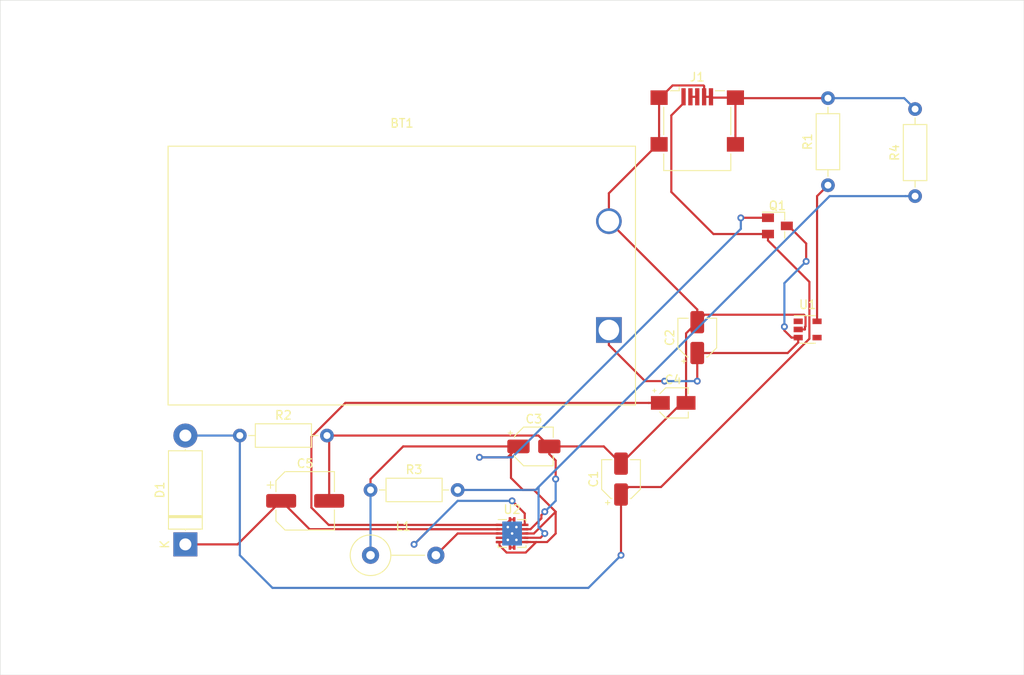
<source format=kicad_pcb>
(kicad_pcb (version 20171130) (host pcbnew "(5.1.4)-1")

  (general
    (thickness 1.6)
    (drawings 5)
    (tracks 183)
    (zones 0)
    (modules 16)
    (nets 12)
  )

  (page A4)
  (title_block
    (title "Battery charging")
    (date 2020-10-24)
  )

  (layers
    (0 F.Cu signal)
    (31 B.Cu signal)
    (32 B.Adhes user)
    (33 F.Adhes user)
    (34 B.Paste user)
    (35 F.Paste user)
    (36 B.SilkS user)
    (37 F.SilkS user)
    (38 B.Mask user)
    (39 F.Mask user)
    (40 Dwgs.User user)
    (41 Cmts.User user)
    (42 Eco1.User user)
    (43 Eco2.User user)
    (44 Edge.Cuts user)
    (45 Margin user)
    (46 B.CrtYd user)
    (47 F.CrtYd user)
    (48 B.Fab user)
    (49 F.Fab user)
  )

  (setup
    (last_trace_width 0.25)
    (trace_clearance 0.2)
    (zone_clearance 0.508)
    (zone_45_only no)
    (trace_min 0.2)
    (via_size 0.8)
    (via_drill 0.4)
    (via_min_size 0.4)
    (via_min_drill 0.3)
    (uvia_size 0.3)
    (uvia_drill 0.1)
    (uvias_allowed no)
    (uvia_min_size 0.2)
    (uvia_min_drill 0.1)
    (edge_width 0.05)
    (segment_width 0.2)
    (pcb_text_width 0.3)
    (pcb_text_size 1.5 1.5)
    (mod_edge_width 0.12)
    (mod_text_size 1 1)
    (mod_text_width 0.15)
    (pad_size 1.524 1.524)
    (pad_drill 0.762)
    (pad_to_mask_clearance 0.051)
    (solder_mask_min_width 0.25)
    (aux_axis_origin 0 0)
    (visible_elements 7FFFFFFF)
    (pcbplotparams
      (layerselection 0x010fc_ffffffff)
      (usegerberextensions false)
      (usegerberattributes false)
      (usegerberadvancedattributes false)
      (creategerberjobfile false)
      (excludeedgelayer true)
      (linewidth 0.100000)
      (plotframeref false)
      (viasonmask false)
      (mode 1)
      (useauxorigin false)
      (hpglpennumber 1)
      (hpglpenspeed 20)
      (hpglpendiameter 15.000000)
      (psnegative false)
      (psa4output false)
      (plotreference true)
      (plotvalue true)
      (plotinvisibletext false)
      (padsonsilk false)
      (subtractmaskfromsilk false)
      (outputformat 1)
      (mirror false)
      (drillshape 1)
      (scaleselection 1)
      (outputdirectory ""))
  )

  (net 0 "")
  (net 1 GND)
  (net 2 "Net-(BT1-Pad1)")
  (net 3 "Net-(C1-Pad1)")
  (net 4 "Net-(C3-Pad1)")
  (net 5 "Net-(C4-Pad1)")
  (net 6 5V_OUT)
  (net 7 "Net-(J1-Pad2)")
  (net 8 "Net-(L1-Pad2)")
  (net 9 "Net-(R1-Pad1)")
  (net 10 "Net-(R3-Pad2)")
  (net 11 "Net-(U1-Pad1)")

  (net_class Default "This is the default net class."
    (clearance 0.2)
    (trace_width 0.25)
    (via_dia 0.8)
    (via_drill 0.4)
    (uvia_dia 0.3)
    (uvia_drill 0.1)
    (add_net 5V_OUT)
    (add_net GND)
    (add_net "Net-(BT1-Pad1)")
    (add_net "Net-(C1-Pad1)")
    (add_net "Net-(C3-Pad1)")
    (add_net "Net-(C4-Pad1)")
    (add_net "Net-(J1-Pad2)")
    (add_net "Net-(L1-Pad2)")
    (add_net "Net-(R1-Pad1)")
    (add_net "Net-(R3-Pad2)")
    (add_net "Net-(U1-Pad1)")
  )

  (module Battery:BatteryHolder_Eagle_12BH611-GR (layer F.Cu) (tedit 5BFC95F9) (tstamp 5F94431C)
    (at 166.225001 114.685001)
    (descr https://eu.mouser.com/datasheet/2/209/EPD-200766-1274481.pdf)
    (tags "9V Battery Holder")
    (path /5F9917BB)
    (fp_text reference BT1 (at -24.13 -24.13) (layer F.SilkS)
      (effects (font (size 1 1) (thickness 0.15)))
    )
    (fp_text value Battery_Cell (at -24.13 11.43 180) (layer F.Fab)
      (effects (font (size 1 1) (thickness 0.15)))
    )
    (fp_line (start -51.4 -21.45) (end 3.1 -21.45) (layer F.SilkS) (width 0.12))
    (fp_line (start 3.1 -21.45) (end 3.1 8.75) (layer F.SilkS) (width 0.12))
    (fp_line (start 3.1 8.75) (end -51.4 8.75) (layer F.SilkS) (width 0.12))
    (fp_line (start -51.4 8.75) (end -51.4 -21.45) (layer F.SilkS) (width 0.12))
    (fp_text user + (at -7 0) (layer F.Fab)
      (effects (font (size 3 3) (thickness 0.45)))
    )
    (fp_text user - (at -7 -12.7) (layer F.Fab)
      (effects (font (size 3 3) (thickness 0.45)))
    )
    (fp_line (start -51.9 -21.95) (end 3.6 -21.95) (layer F.CrtYd) (width 0.05))
    (fp_line (start 3.6 -21.95) (end 3.6 9.25) (layer F.CrtYd) (width 0.05))
    (fp_line (start 3.6 9.25) (end -51.9 9.25) (layer F.CrtYd) (width 0.05))
    (fp_line (start -51.9 9.25) (end -51.9 -21.95) (layer F.CrtYd) (width 0.05))
    (fp_line (start 1.85 8.75) (end 1.85 -21.45) (layer F.Fab) (width 0.1))
    (fp_line (start -2 -21.45) (end -2 8.75) (layer F.Fab) (width 0.1))
    (fp_line (start -2 -14.75) (end -4 -14.75) (layer F.Fab) (width 0.1))
    (fp_line (start -4 -14.75) (end -4 -10.65) (layer F.Fab) (width 0.1))
    (fp_line (start -4 -10.65) (end -2 -10.65) (layer F.Fab) (width 0.1))
    (fp_line (start -2 -0.25) (end -4 -0.25) (layer F.Fab) (width 0.1))
    (fp_line (start -4 -2.55) (end -4 2.55) (layer F.Fab) (width 0.1))
    (fp_line (start -4 0.25) (end -2 0.25) (layer F.Fab) (width 0.1))
    (fp_line (start -4 -2.05) (end -2 -2.05) (layer F.Fab) (width 0.1))
    (fp_line (start -2 -2.55) (end -4 -2.55) (layer F.Fab) (width 0.1))
    (fp_line (start -4 2.55) (end -2 2.55) (layer F.Fab) (width 0.1))
    (fp_line (start -2 2.05) (end -4 2.05) (layer F.Fab) (width 0.1))
    (fp_line (start -2 -19.35) (end -27 -19.35) (layer F.Fab) (width 0.1))
    (fp_line (start -27 -19.35) (end -27 -21.45) (layer F.Fab) (width 0.1))
    (fp_line (start -2 6.65) (end -27 6.65) (layer F.Fab) (width 0.1))
    (fp_line (start -27 6.65) (end -27 8.75) (layer F.Fab) (width 0.1))
    (fp_line (start -51.4 -15.35) (end -47 -15.35) (layer F.Fab) (width 0.1))
    (fp_line (start -51.4 2.65) (end -47 2.65) (layer F.Fab) (width 0.1))
    (fp_line (start -50 2.65) (end -50 -15.35) (layer F.Fab) (width 0.1))
    (fp_line (start -49 2.65) (end -49 -15.35) (layer F.Fab) (width 0.1))
    (fp_line (start -48 2.65) (end -48 -15.35) (layer F.Fab) (width 0.1))
    (fp_line (start -47 2.65) (end -47 -15.35) (layer F.Fab) (width 0.1))
    (fp_line (start -51.4 8.75) (end -51.4 -21.45) (layer F.Fab) (width 0.1))
    (fp_line (start -51.4 -21.45) (end 3.1 -21.45) (layer F.Fab) (width 0.1))
    (fp_line (start 3.1 8.75) (end -51.4 8.75) (layer F.Fab) (width 0.1))
    (fp_line (start 3.1 -21.45) (end 3.1 8.75) (layer F.Fab) (width 0.1))
    (fp_text user %R (at -24.13 -6.35 180) (layer F.Fab)
      (effects (font (size 1 1) (thickness 0.15)))
    )
    (pad 2 thru_hole circle (at 0 -12.7) (size 3 3) (drill 2.4) (layers *.Cu *.Mask)
      (net 1 GND))
    (pad 1 thru_hole rect (at 0 0) (size 3 3) (drill 2.4) (layers *.Cu *.Mask)
      (net 2 "Net-(BT1-Pad1)"))
    (pad "" np_thru_hole circle (at -10.9 -17.45) (size 2.6 2.6) (drill 2.6) (layers *.Cu *.Mask))
    (pad "" np_thru_hole circle (at -38.9 -17.45) (size 2.6 2.6) (drill 2.6) (layers *.Cu *.Mask))
    (pad "" np_thru_hole circle (at -24.9 4.75) (size 2.6 2.6) (drill 2.6) (layers *.Cu *.Mask))
    (model ${KISYS3DMOD}/Battery.3dshapes/BatteryHolder_Eagle_12BH611-GR.wrl
      (at (xyz 0 0 0))
      (scale (xyz 1 1 1))
      (rotate (xyz 0 0 0))
    )
  )

  (module Capacitor_SMD:CP_Elec_4x4.5 (layer F.Cu) (tedit 5BCA39CF) (tstamp 5F944344)
    (at 167.64 132.08 90)
    (descr "SMD capacitor, aluminum electrolytic, Nichicon, 4.0x4.5mm")
    (tags "capacitor electrolytic")
    (path /5F97FA23)
    (attr smd)
    (fp_text reference C1 (at 0 -3.2 90) (layer F.SilkS)
      (effects (font (size 1 1) (thickness 0.15)))
    )
    (fp_text value 4.7uF (at 0 3.2 90) (layer F.Fab)
      (effects (font (size 1 1) (thickness 0.15)))
    )
    (fp_text user %R (at 0 0 90) (layer F.Fab)
      (effects (font (size 0.8 0.8) (thickness 0.12)))
    )
    (fp_line (start -3.35 1.05) (end -2.4 1.05) (layer F.CrtYd) (width 0.05))
    (fp_line (start -3.35 -1.05) (end -3.35 1.05) (layer F.CrtYd) (width 0.05))
    (fp_line (start -2.4 -1.05) (end -3.35 -1.05) (layer F.CrtYd) (width 0.05))
    (fp_line (start -2.4 1.05) (end -2.4 1.25) (layer F.CrtYd) (width 0.05))
    (fp_line (start -2.4 -1.25) (end -2.4 -1.05) (layer F.CrtYd) (width 0.05))
    (fp_line (start -2.4 -1.25) (end -1.25 -2.4) (layer F.CrtYd) (width 0.05))
    (fp_line (start -2.4 1.25) (end -1.25 2.4) (layer F.CrtYd) (width 0.05))
    (fp_line (start -1.25 -2.4) (end 2.4 -2.4) (layer F.CrtYd) (width 0.05))
    (fp_line (start -1.25 2.4) (end 2.4 2.4) (layer F.CrtYd) (width 0.05))
    (fp_line (start 2.4 1.05) (end 2.4 2.4) (layer F.CrtYd) (width 0.05))
    (fp_line (start 3.35 1.05) (end 2.4 1.05) (layer F.CrtYd) (width 0.05))
    (fp_line (start 3.35 -1.05) (end 3.35 1.05) (layer F.CrtYd) (width 0.05))
    (fp_line (start 2.4 -1.05) (end 3.35 -1.05) (layer F.CrtYd) (width 0.05))
    (fp_line (start 2.4 -2.4) (end 2.4 -1.05) (layer F.CrtYd) (width 0.05))
    (fp_line (start -2.75 -1.81) (end -2.75 -1.31) (layer F.SilkS) (width 0.12))
    (fp_line (start -3 -1.56) (end -2.5 -1.56) (layer F.SilkS) (width 0.12))
    (fp_line (start -2.26 1.195563) (end -1.195563 2.26) (layer F.SilkS) (width 0.12))
    (fp_line (start -2.26 -1.195563) (end -1.195563 -2.26) (layer F.SilkS) (width 0.12))
    (fp_line (start -2.26 -1.195563) (end -2.26 -1.06) (layer F.SilkS) (width 0.12))
    (fp_line (start -2.26 1.195563) (end -2.26 1.06) (layer F.SilkS) (width 0.12))
    (fp_line (start -1.195563 2.26) (end 2.26 2.26) (layer F.SilkS) (width 0.12))
    (fp_line (start -1.195563 -2.26) (end 2.26 -2.26) (layer F.SilkS) (width 0.12))
    (fp_line (start 2.26 -2.26) (end 2.26 -1.06) (layer F.SilkS) (width 0.12))
    (fp_line (start 2.26 2.26) (end 2.26 1.06) (layer F.SilkS) (width 0.12))
    (fp_line (start -1.374773 -1.2) (end -1.374773 -0.8) (layer F.Fab) (width 0.1))
    (fp_line (start -1.574773 -1) (end -1.174773 -1) (layer F.Fab) (width 0.1))
    (fp_line (start -2.15 1.15) (end -1.15 2.15) (layer F.Fab) (width 0.1))
    (fp_line (start -2.15 -1.15) (end -1.15 -2.15) (layer F.Fab) (width 0.1))
    (fp_line (start -2.15 -1.15) (end -2.15 1.15) (layer F.Fab) (width 0.1))
    (fp_line (start -1.15 2.15) (end 2.15 2.15) (layer F.Fab) (width 0.1))
    (fp_line (start -1.15 -2.15) (end 2.15 -2.15) (layer F.Fab) (width 0.1))
    (fp_line (start 2.15 -2.15) (end 2.15 2.15) (layer F.Fab) (width 0.1))
    (fp_circle (center 0 0) (end 2 0) (layer F.Fab) (width 0.1))
    (pad 2 smd roundrect (at 1.8 0 90) (size 2.6 1.6) (layers F.Cu F.Paste F.Mask) (roundrect_rratio 0.15625)
      (net 1 GND))
    (pad 1 smd roundrect (at -1.8 0 90) (size 2.6 1.6) (layers F.Cu F.Paste F.Mask) (roundrect_rratio 0.15625)
      (net 3 "Net-(C1-Pad1)"))
    (model ${KISYS3DMOD}/Capacitor_SMD.3dshapes/CP_Elec_4x4.5.wrl
      (at (xyz 0 0 0))
      (scale (xyz 1 1 1))
      (rotate (xyz 0 0 0))
    )
  )

  (module Capacitor_SMD:CP_Elec_4x4.5 (layer F.Cu) (tedit 5BCA39CF) (tstamp 5F94436C)
    (at 176.53 115.57 90)
    (descr "SMD capacitor, aluminum electrolytic, Nichicon, 4.0x4.5mm")
    (tags "capacitor electrolytic")
    (path /5F98C51E)
    (attr smd)
    (fp_text reference C2 (at 0 -3.2 90) (layer F.SilkS)
      (effects (font (size 1 1) (thickness 0.15)))
    )
    (fp_text value 4.7uF (at 0 3.2 90) (layer F.Fab)
      (effects (font (size 1 1) (thickness 0.15)))
    )
    (fp_circle (center 0 0) (end 2 0) (layer F.Fab) (width 0.1))
    (fp_line (start 2.15 -2.15) (end 2.15 2.15) (layer F.Fab) (width 0.1))
    (fp_line (start -1.15 -2.15) (end 2.15 -2.15) (layer F.Fab) (width 0.1))
    (fp_line (start -1.15 2.15) (end 2.15 2.15) (layer F.Fab) (width 0.1))
    (fp_line (start -2.15 -1.15) (end -2.15 1.15) (layer F.Fab) (width 0.1))
    (fp_line (start -2.15 -1.15) (end -1.15 -2.15) (layer F.Fab) (width 0.1))
    (fp_line (start -2.15 1.15) (end -1.15 2.15) (layer F.Fab) (width 0.1))
    (fp_line (start -1.574773 -1) (end -1.174773 -1) (layer F.Fab) (width 0.1))
    (fp_line (start -1.374773 -1.2) (end -1.374773 -0.8) (layer F.Fab) (width 0.1))
    (fp_line (start 2.26 2.26) (end 2.26 1.06) (layer F.SilkS) (width 0.12))
    (fp_line (start 2.26 -2.26) (end 2.26 -1.06) (layer F.SilkS) (width 0.12))
    (fp_line (start -1.195563 -2.26) (end 2.26 -2.26) (layer F.SilkS) (width 0.12))
    (fp_line (start -1.195563 2.26) (end 2.26 2.26) (layer F.SilkS) (width 0.12))
    (fp_line (start -2.26 1.195563) (end -2.26 1.06) (layer F.SilkS) (width 0.12))
    (fp_line (start -2.26 -1.195563) (end -2.26 -1.06) (layer F.SilkS) (width 0.12))
    (fp_line (start -2.26 -1.195563) (end -1.195563 -2.26) (layer F.SilkS) (width 0.12))
    (fp_line (start -2.26 1.195563) (end -1.195563 2.26) (layer F.SilkS) (width 0.12))
    (fp_line (start -3 -1.56) (end -2.5 -1.56) (layer F.SilkS) (width 0.12))
    (fp_line (start -2.75 -1.81) (end -2.75 -1.31) (layer F.SilkS) (width 0.12))
    (fp_line (start 2.4 -2.4) (end 2.4 -1.05) (layer F.CrtYd) (width 0.05))
    (fp_line (start 2.4 -1.05) (end 3.35 -1.05) (layer F.CrtYd) (width 0.05))
    (fp_line (start 3.35 -1.05) (end 3.35 1.05) (layer F.CrtYd) (width 0.05))
    (fp_line (start 3.35 1.05) (end 2.4 1.05) (layer F.CrtYd) (width 0.05))
    (fp_line (start 2.4 1.05) (end 2.4 2.4) (layer F.CrtYd) (width 0.05))
    (fp_line (start -1.25 2.4) (end 2.4 2.4) (layer F.CrtYd) (width 0.05))
    (fp_line (start -1.25 -2.4) (end 2.4 -2.4) (layer F.CrtYd) (width 0.05))
    (fp_line (start -2.4 1.25) (end -1.25 2.4) (layer F.CrtYd) (width 0.05))
    (fp_line (start -2.4 -1.25) (end -1.25 -2.4) (layer F.CrtYd) (width 0.05))
    (fp_line (start -2.4 -1.25) (end -2.4 -1.05) (layer F.CrtYd) (width 0.05))
    (fp_line (start -2.4 1.05) (end -2.4 1.25) (layer F.CrtYd) (width 0.05))
    (fp_line (start -2.4 -1.05) (end -3.35 -1.05) (layer F.CrtYd) (width 0.05))
    (fp_line (start -3.35 -1.05) (end -3.35 1.05) (layer F.CrtYd) (width 0.05))
    (fp_line (start -3.35 1.05) (end -2.4 1.05) (layer F.CrtYd) (width 0.05))
    (fp_text user %R (at 0 0 90) (layer F.Fab)
      (effects (font (size 0.8 0.8) (thickness 0.12)))
    )
    (pad 1 smd roundrect (at -1.8 0 90) (size 2.6 1.6) (layers F.Cu F.Paste F.Mask) (roundrect_rratio 0.15625)
      (net 2 "Net-(BT1-Pad1)"))
    (pad 2 smd roundrect (at 1.8 0 90) (size 2.6 1.6) (layers F.Cu F.Paste F.Mask) (roundrect_rratio 0.15625)
      (net 1 GND))
    (model ${KISYS3DMOD}/Capacitor_SMD.3dshapes/CP_Elec_4x4.5.wrl
      (at (xyz 0 0 0))
      (scale (xyz 1 1 1))
      (rotate (xyz 0 0 0))
    )
  )

  (module Capacitor_SMD:CP_Elec_4x4.5 (layer F.Cu) (tedit 5BCA39CF) (tstamp 5F944394)
    (at 157.48 128.27)
    (descr "SMD capacitor, aluminum electrolytic, Nichicon, 4.0x4.5mm")
    (tags "capacitor electrolytic")
    (path /5F95A4FC)
    (attr smd)
    (fp_text reference C3 (at 0 -3.2) (layer F.SilkS)
      (effects (font (size 1 1) (thickness 0.15)))
    )
    (fp_text value 4.7uF (at 0 3.2) (layer F.Fab)
      (effects (font (size 1 1) (thickness 0.15)))
    )
    (fp_circle (center 0 0) (end 2 0) (layer F.Fab) (width 0.1))
    (fp_line (start 2.15 -2.15) (end 2.15 2.15) (layer F.Fab) (width 0.1))
    (fp_line (start -1.15 -2.15) (end 2.15 -2.15) (layer F.Fab) (width 0.1))
    (fp_line (start -1.15 2.15) (end 2.15 2.15) (layer F.Fab) (width 0.1))
    (fp_line (start -2.15 -1.15) (end -2.15 1.15) (layer F.Fab) (width 0.1))
    (fp_line (start -2.15 -1.15) (end -1.15 -2.15) (layer F.Fab) (width 0.1))
    (fp_line (start -2.15 1.15) (end -1.15 2.15) (layer F.Fab) (width 0.1))
    (fp_line (start -1.574773 -1) (end -1.174773 -1) (layer F.Fab) (width 0.1))
    (fp_line (start -1.374773 -1.2) (end -1.374773 -0.8) (layer F.Fab) (width 0.1))
    (fp_line (start 2.26 2.26) (end 2.26 1.06) (layer F.SilkS) (width 0.12))
    (fp_line (start 2.26 -2.26) (end 2.26 -1.06) (layer F.SilkS) (width 0.12))
    (fp_line (start -1.195563 -2.26) (end 2.26 -2.26) (layer F.SilkS) (width 0.12))
    (fp_line (start -1.195563 2.26) (end 2.26 2.26) (layer F.SilkS) (width 0.12))
    (fp_line (start -2.26 1.195563) (end -2.26 1.06) (layer F.SilkS) (width 0.12))
    (fp_line (start -2.26 -1.195563) (end -2.26 -1.06) (layer F.SilkS) (width 0.12))
    (fp_line (start -2.26 -1.195563) (end -1.195563 -2.26) (layer F.SilkS) (width 0.12))
    (fp_line (start -2.26 1.195563) (end -1.195563 2.26) (layer F.SilkS) (width 0.12))
    (fp_line (start -3 -1.56) (end -2.5 -1.56) (layer F.SilkS) (width 0.12))
    (fp_line (start -2.75 -1.81) (end -2.75 -1.31) (layer F.SilkS) (width 0.12))
    (fp_line (start 2.4 -2.4) (end 2.4 -1.05) (layer F.CrtYd) (width 0.05))
    (fp_line (start 2.4 -1.05) (end 3.35 -1.05) (layer F.CrtYd) (width 0.05))
    (fp_line (start 3.35 -1.05) (end 3.35 1.05) (layer F.CrtYd) (width 0.05))
    (fp_line (start 3.35 1.05) (end 2.4 1.05) (layer F.CrtYd) (width 0.05))
    (fp_line (start 2.4 1.05) (end 2.4 2.4) (layer F.CrtYd) (width 0.05))
    (fp_line (start -1.25 2.4) (end 2.4 2.4) (layer F.CrtYd) (width 0.05))
    (fp_line (start -1.25 -2.4) (end 2.4 -2.4) (layer F.CrtYd) (width 0.05))
    (fp_line (start -2.4 1.25) (end -1.25 2.4) (layer F.CrtYd) (width 0.05))
    (fp_line (start -2.4 -1.25) (end -1.25 -2.4) (layer F.CrtYd) (width 0.05))
    (fp_line (start -2.4 -1.25) (end -2.4 -1.05) (layer F.CrtYd) (width 0.05))
    (fp_line (start -2.4 1.05) (end -2.4 1.25) (layer F.CrtYd) (width 0.05))
    (fp_line (start -2.4 -1.05) (end -3.35 -1.05) (layer F.CrtYd) (width 0.05))
    (fp_line (start -3.35 -1.05) (end -3.35 1.05) (layer F.CrtYd) (width 0.05))
    (fp_line (start -3.35 1.05) (end -2.4 1.05) (layer F.CrtYd) (width 0.05))
    (fp_text user %R (at 0 0) (layer F.Fab)
      (effects (font (size 0.8 0.8) (thickness 0.12)))
    )
    (pad 1 smd roundrect (at -1.8 0) (size 2.6 1.6) (layers F.Cu F.Paste F.Mask) (roundrect_rratio 0.15625)
      (net 4 "Net-(C3-Pad1)"))
    (pad 2 smd roundrect (at 1.8 0) (size 2.6 1.6) (layers F.Cu F.Paste F.Mask) (roundrect_rratio 0.15625)
      (net 1 GND))
    (model ${KISYS3DMOD}/Capacitor_SMD.3dshapes/CP_Elec_4x4.5.wrl
      (at (xyz 0 0 0))
      (scale (xyz 1 1 1))
      (rotate (xyz 0 0 0))
    )
  )

  (module Capacitor_SMD:CP_Elec_3x5.3 (layer F.Cu) (tedit 5B303299) (tstamp 5F9443B8)
    (at 173.725001 123.19)
    (descr "SMT capacitor, aluminium electrolytic, 3x5.3, Cornell Dubilier Electronics ")
    (tags "Capacitor Electrolytic")
    (path /5F9467DF)
    (attr smd)
    (fp_text reference C4 (at 0 -2.7) (layer F.SilkS)
      (effects (font (size 1 1) (thickness 0.15)))
    )
    (fp_text value 1uF (at 0 2.7) (layer F.Fab)
      (effects (font (size 1 1) (thickness 0.15)))
    )
    (fp_circle (center 0 0) (end 1.5 0) (layer F.Fab) (width 0.1))
    (fp_line (start 1.65 -1.65) (end 1.65 1.65) (layer F.Fab) (width 0.1))
    (fp_line (start -0.825 -1.65) (end 1.65 -1.65) (layer F.Fab) (width 0.1))
    (fp_line (start -0.825 1.65) (end 1.65 1.65) (layer F.Fab) (width 0.1))
    (fp_line (start -1.65 -0.825) (end -1.65 0.825) (layer F.Fab) (width 0.1))
    (fp_line (start -1.65 -0.825) (end -0.825 -1.65) (layer F.Fab) (width 0.1))
    (fp_line (start -1.65 0.825) (end -0.825 1.65) (layer F.Fab) (width 0.1))
    (fp_line (start -1.110469 -0.8) (end -0.810469 -0.8) (layer F.Fab) (width 0.1))
    (fp_line (start -0.960469 -0.95) (end -0.960469 -0.65) (layer F.Fab) (width 0.1))
    (fp_line (start 1.76 1.76) (end 1.76 1.06) (layer F.SilkS) (width 0.12))
    (fp_line (start 1.76 -1.76) (end 1.76 -1.06) (layer F.SilkS) (width 0.12))
    (fp_line (start -0.870563 -1.76) (end 1.76 -1.76) (layer F.SilkS) (width 0.12))
    (fp_line (start -0.870563 1.76) (end 1.76 1.76) (layer F.SilkS) (width 0.12))
    (fp_line (start -1.570563 -1.06) (end -0.870563 -1.76) (layer F.SilkS) (width 0.12))
    (fp_line (start -1.570563 1.06) (end -0.870563 1.76) (layer F.SilkS) (width 0.12))
    (fp_line (start -2.375 -1.435) (end -2 -1.435) (layer F.SilkS) (width 0.12))
    (fp_line (start -2.1875 -1.6225) (end -2.1875 -1.2475) (layer F.SilkS) (width 0.12))
    (fp_line (start 1.9 -1.9) (end 1.9 -1.05) (layer F.CrtYd) (width 0.05))
    (fp_line (start 1.9 -1.05) (end 2.85 -1.05) (layer F.CrtYd) (width 0.05))
    (fp_line (start 2.85 -1.05) (end 2.85 1.05) (layer F.CrtYd) (width 0.05))
    (fp_line (start 2.85 1.05) (end 1.9 1.05) (layer F.CrtYd) (width 0.05))
    (fp_line (start 1.9 1.05) (end 1.9 1.9) (layer F.CrtYd) (width 0.05))
    (fp_line (start -0.93 1.9) (end 1.9 1.9) (layer F.CrtYd) (width 0.05))
    (fp_line (start -0.93 -1.9) (end 1.9 -1.9) (layer F.CrtYd) (width 0.05))
    (fp_line (start -1.78 1.05) (end -0.93 1.9) (layer F.CrtYd) (width 0.05))
    (fp_line (start -1.78 -1.05) (end -0.93 -1.9) (layer F.CrtYd) (width 0.05))
    (fp_line (start -1.78 -1.05) (end -2.85 -1.05) (layer F.CrtYd) (width 0.05))
    (fp_line (start -2.85 -1.05) (end -2.85 1.05) (layer F.CrtYd) (width 0.05))
    (fp_line (start -2.85 1.05) (end -1.78 1.05) (layer F.CrtYd) (width 0.05))
    (fp_text user %R (at 0 0) (layer F.Fab)
      (effects (font (size 0.6 0.6) (thickness 0.09)))
    )
    (pad 1 smd rect (at -1.5 0) (size 2.2 1.6) (layers F.Cu F.Paste F.Mask)
      (net 5 "Net-(C4-Pad1)"))
    (pad 2 smd rect (at 1.5 0) (size 2.2 1.6) (layers F.Cu F.Paste F.Mask)
      (net 1 GND))
    (model ${KISYS3DMOD}/Capacitor_SMD.3dshapes/CP_Elec_3x5.3.wrl
      (at (xyz 0 0 0))
      (scale (xyz 1 1 1))
      (rotate (xyz 0 0 0))
    )
  )

  (module Capacitor_SMD:CP_Elec_6.3x5.2 (layer F.Cu) (tedit 5BCA39D0) (tstamp 5F9443E0)
    (at 130.81 134.62)
    (descr "SMD capacitor, aluminum electrolytic, United Chemi-Con, 6.3x5.2mm")
    (tags "capacitor electrolytic")
    (path /5F95E819)
    (attr smd)
    (fp_text reference C5 (at 0 -4.35) (layer F.SilkS)
      (effects (font (size 1 1) (thickness 0.15)))
    )
    (fp_text value 22uF (at 0 4.35) (layer F.Fab)
      (effects (font (size 1 1) (thickness 0.15)))
    )
    (fp_circle (center 0 0) (end 3.15 0) (layer F.Fab) (width 0.1))
    (fp_line (start 3.3 -3.3) (end 3.3 3.3) (layer F.Fab) (width 0.1))
    (fp_line (start -2.3 -3.3) (end 3.3 -3.3) (layer F.Fab) (width 0.1))
    (fp_line (start -2.3 3.3) (end 3.3 3.3) (layer F.Fab) (width 0.1))
    (fp_line (start -3.3 -2.3) (end -3.3 2.3) (layer F.Fab) (width 0.1))
    (fp_line (start -3.3 -2.3) (end -2.3 -3.3) (layer F.Fab) (width 0.1))
    (fp_line (start -3.3 2.3) (end -2.3 3.3) (layer F.Fab) (width 0.1))
    (fp_line (start -2.704838 -1.33) (end -2.074838 -1.33) (layer F.Fab) (width 0.1))
    (fp_line (start -2.389838 -1.645) (end -2.389838 -1.015) (layer F.Fab) (width 0.1))
    (fp_line (start 3.41 3.41) (end 3.41 1.06) (layer F.SilkS) (width 0.12))
    (fp_line (start 3.41 -3.41) (end 3.41 -1.06) (layer F.SilkS) (width 0.12))
    (fp_line (start -2.345563 -3.41) (end 3.41 -3.41) (layer F.SilkS) (width 0.12))
    (fp_line (start -2.345563 3.41) (end 3.41 3.41) (layer F.SilkS) (width 0.12))
    (fp_line (start -3.41 2.345563) (end -3.41 1.06) (layer F.SilkS) (width 0.12))
    (fp_line (start -3.41 -2.345563) (end -3.41 -1.06) (layer F.SilkS) (width 0.12))
    (fp_line (start -3.41 -2.345563) (end -2.345563 -3.41) (layer F.SilkS) (width 0.12))
    (fp_line (start -3.41 2.345563) (end -2.345563 3.41) (layer F.SilkS) (width 0.12))
    (fp_line (start -4.4375 -1.8475) (end -3.65 -1.8475) (layer F.SilkS) (width 0.12))
    (fp_line (start -4.04375 -2.24125) (end -4.04375 -1.45375) (layer F.SilkS) (width 0.12))
    (fp_line (start 3.55 -3.55) (end 3.55 -1.05) (layer F.CrtYd) (width 0.05))
    (fp_line (start 3.55 -1.05) (end 4.8 -1.05) (layer F.CrtYd) (width 0.05))
    (fp_line (start 4.8 -1.05) (end 4.8 1.05) (layer F.CrtYd) (width 0.05))
    (fp_line (start 4.8 1.05) (end 3.55 1.05) (layer F.CrtYd) (width 0.05))
    (fp_line (start 3.55 1.05) (end 3.55 3.55) (layer F.CrtYd) (width 0.05))
    (fp_line (start -2.4 3.55) (end 3.55 3.55) (layer F.CrtYd) (width 0.05))
    (fp_line (start -2.4 -3.55) (end 3.55 -3.55) (layer F.CrtYd) (width 0.05))
    (fp_line (start -3.55 2.4) (end -2.4 3.55) (layer F.CrtYd) (width 0.05))
    (fp_line (start -3.55 -2.4) (end -2.4 -3.55) (layer F.CrtYd) (width 0.05))
    (fp_line (start -3.55 -2.4) (end -3.55 -1.05) (layer F.CrtYd) (width 0.05))
    (fp_line (start -3.55 1.05) (end -3.55 2.4) (layer F.CrtYd) (width 0.05))
    (fp_line (start -3.55 -1.05) (end -4.8 -1.05) (layer F.CrtYd) (width 0.05))
    (fp_line (start -4.8 -1.05) (end -4.8 1.05) (layer F.CrtYd) (width 0.05))
    (fp_line (start -4.8 1.05) (end -3.55 1.05) (layer F.CrtYd) (width 0.05))
    (fp_text user %R (at 0 0) (layer F.Fab)
      (effects (font (size 1 1) (thickness 0.15)))
    )
    (pad 1 smd roundrect (at -2.8 0) (size 3.5 1.6) (layers F.Cu F.Paste F.Mask) (roundrect_rratio 0.15625)
      (net 6 5V_OUT))
    (pad 2 smd roundrect (at 2.8 0) (size 3.5 1.6) (layers F.Cu F.Paste F.Mask) (roundrect_rratio 0.15625)
      (net 1 GND))
    (model ${KISYS3DMOD}/Capacitor_SMD.3dshapes/CP_Elec_6.3x5.2.wrl
      (at (xyz 0 0 0))
      (scale (xyz 1 1 1))
      (rotate (xyz 0 0 0))
    )
  )

  (module Diode_THT:D_5W_P12.70mm_Horizontal (layer F.Cu) (tedit 5AE50CD5) (tstamp 5F9443FF)
    (at 116.84 139.7 90)
    (descr "Diode, 5W series, Axial, Horizontal, pin pitch=12.7mm, , length*diameter=8.9*3.7mm^2, , http://www.diodes.com/_files/packages/8686949.gif")
    (tags "Diode 5W series Axial Horizontal pin pitch 12.7mm  length 8.9mm diameter 3.7mm")
    (path /5F9B3CCF)
    (fp_text reference D1 (at 6.35 -2.97 90) (layer F.SilkS)
      (effects (font (size 1 1) (thickness 0.15)))
    )
    (fp_text value D_Schottky (at 6.35 2.97 90) (layer F.Fab)
      (effects (font (size 1 1) (thickness 0.15)))
    )
    (fp_line (start 1.9 -1.85) (end 1.9 1.85) (layer F.Fab) (width 0.1))
    (fp_line (start 1.9 1.85) (end 10.8 1.85) (layer F.Fab) (width 0.1))
    (fp_line (start 10.8 1.85) (end 10.8 -1.85) (layer F.Fab) (width 0.1))
    (fp_line (start 10.8 -1.85) (end 1.9 -1.85) (layer F.Fab) (width 0.1))
    (fp_line (start 0 0) (end 1.9 0) (layer F.Fab) (width 0.1))
    (fp_line (start 12.7 0) (end 10.8 0) (layer F.Fab) (width 0.1))
    (fp_line (start 3.235 -1.85) (end 3.235 1.85) (layer F.Fab) (width 0.1))
    (fp_line (start 3.335 -1.85) (end 3.335 1.85) (layer F.Fab) (width 0.1))
    (fp_line (start 3.135 -1.85) (end 3.135 1.85) (layer F.Fab) (width 0.1))
    (fp_line (start 1.78 -1.97) (end 1.78 1.97) (layer F.SilkS) (width 0.12))
    (fp_line (start 1.78 1.97) (end 10.92 1.97) (layer F.SilkS) (width 0.12))
    (fp_line (start 10.92 1.97) (end 10.92 -1.97) (layer F.SilkS) (width 0.12))
    (fp_line (start 10.92 -1.97) (end 1.78 -1.97) (layer F.SilkS) (width 0.12))
    (fp_line (start 1.64 0) (end 1.78 0) (layer F.SilkS) (width 0.12))
    (fp_line (start 11.06 0) (end 10.92 0) (layer F.SilkS) (width 0.12))
    (fp_line (start 3.235 -1.97) (end 3.235 1.97) (layer F.SilkS) (width 0.12))
    (fp_line (start 3.355 -1.97) (end 3.355 1.97) (layer F.SilkS) (width 0.12))
    (fp_line (start 3.115 -1.97) (end 3.115 1.97) (layer F.SilkS) (width 0.12))
    (fp_line (start -1.65 -2.1) (end -1.65 2.1) (layer F.CrtYd) (width 0.05))
    (fp_line (start -1.65 2.1) (end 14.35 2.1) (layer F.CrtYd) (width 0.05))
    (fp_line (start 14.35 2.1) (end 14.35 -2.1) (layer F.CrtYd) (width 0.05))
    (fp_line (start 14.35 -2.1) (end -1.65 -2.1) (layer F.CrtYd) (width 0.05))
    (fp_text user %R (at 7.0175 0 90) (layer F.Fab)
      (effects (font (size 1 1) (thickness 0.15)))
    )
    (fp_text user K (at 0 -2.4 90) (layer F.Fab)
      (effects (font (size 1 1) (thickness 0.15)))
    )
    (fp_text user K (at 0 -2.4 90) (layer F.SilkS)
      (effects (font (size 1 1) (thickness 0.15)))
    )
    (pad 1 thru_hole rect (at 0 0 90) (size 2.8 2.8) (drill 1.4) (layers *.Cu *.Mask)
      (net 6 5V_OUT))
    (pad 2 thru_hole oval (at 12.7 0 90) (size 2.8 2.8) (drill 1.4) (layers *.Cu *.Mask)
      (net 3 "Net-(C1-Pad1)"))
    (model ${KISYS3DMOD}/Diode_THT.3dshapes/D_5W_P12.70mm_Horizontal.wrl
      (at (xyz 0 0 0))
      (scale (xyz 1 1 1))
      (rotate (xyz 0 0 0))
    )
  )

  (module Connector_USB:USB_Mini-B_Lumberg_2486_01_Horizontal (layer F.Cu) (tedit 5AC6B535) (tstamp 5F944431)
    (at 176.53 90.17)
    (descr "USB Mini-B 5-pin SMD connector, http://downloads.lumberg.com/datenblaetter/en/2486_01.pdf")
    (tags "USB USB_B USB_Mini connector")
    (path /5F96DF1F)
    (attr smd)
    (fp_text reference J1 (at 0 -5) (layer F.SilkS)
      (effects (font (size 1 1) (thickness 0.15)))
    )
    (fp_text value USB_B_Mini (at 0 7.5) (layer F.Fab)
      (effects (font (size 1 1) (thickness 0.15)))
    )
    (fp_line (start 2.35 -4.2) (end -2.35 -4.2) (layer F.CrtYd) (width 0.05))
    (fp_line (start 2.35 -3.95) (end 2.35 -4.2) (layer F.CrtYd) (width 0.05))
    (fp_line (start 4.35 1.5) (end 5.95 1.5) (layer F.CrtYd) (width 0.05))
    (fp_line (start 4.35 4.2) (end 5.95 4.2) (layer F.CrtYd) (width 0.05))
    (fp_line (start 4.35 6.35) (end 4.35 4.2) (layer F.CrtYd) (width 0.05))
    (fp_line (start 3.91 5.91) (end -3.91 5.91) (layer F.SilkS) (width 0.12))
    (fp_line (start -1.6 -2.85) (end -1.25 -3.35) (layer F.Fab) (width 0.1))
    (fp_line (start -2.11 -3.41) (end -2.11 -3.84) (layer F.SilkS) (width 0.12))
    (fp_text user %R (at 0 1.6 180) (layer F.Fab)
      (effects (font (size 1 1) (thickness 0.15)))
    )
    (fp_line (start 3.91 5.91) (end 3.91 3.96) (layer F.SilkS) (width 0.12))
    (fp_line (start 3.91 1.74) (end 3.91 -1.49) (layer F.SilkS) (width 0.12))
    (fp_line (start 2.11 -3.41) (end 3.19 -3.41) (layer F.SilkS) (width 0.12))
    (fp_line (start -3.19 -3.41) (end -2.11 -3.41) (layer F.SilkS) (width 0.12))
    (fp_line (start -3.91 1.74) (end -3.91 -1.49) (layer F.SilkS) (width 0.12))
    (fp_line (start -3.91 5.91) (end -3.91 3.96) (layer F.SilkS) (width 0.12))
    (fp_line (start 3.85 5.85) (end 3.85 -3.35) (layer F.Fab) (width 0.1))
    (fp_line (start -3.85 5.85) (end 3.85 5.85) (layer F.Fab) (width 0.1))
    (fp_line (start -3.85 -3.35) (end -3.85 5.85) (layer F.Fab) (width 0.1))
    (fp_line (start -3.85 -3.35) (end 3.85 -3.35) (layer F.Fab) (width 0.1))
    (fp_line (start -4.35 6.35) (end 4.35 6.35) (layer F.CrtYd) (width 0.05))
    (fp_line (start 5.95 -3.95) (end 2.35 -3.95) (layer F.CrtYd) (width 0.05))
    (fp_line (start 5.95 1.5) (end 5.95 4.2) (layer F.CrtYd) (width 0.05))
    (fp_line (start -1.95 -3.35) (end -1.6 -2.85) (layer F.Fab) (width 0.1))
    (fp_line (start 4.35 -1.25) (end 4.35 1.5) (layer F.CrtYd) (width 0.05))
    (fp_line (start 4.35 -1.25) (end 5.95 -1.25) (layer F.CrtYd) (width 0.05))
    (fp_line (start 5.95 -3.95) (end 5.95 -1.25) (layer F.CrtYd) (width 0.05))
    (fp_line (start -2.35 -3.95) (end -2.35 -4.2) (layer F.CrtYd) (width 0.05))
    (fp_line (start -5.95 -3.95) (end -2.35 -3.95) (layer F.CrtYd) (width 0.05))
    (fp_line (start -5.95 -3.95) (end -5.95 -1.25) (layer F.CrtYd) (width 0.05))
    (fp_line (start -4.35 -1.25) (end -5.95 -1.25) (layer F.CrtYd) (width 0.05))
    (fp_line (start -4.35 -1.25) (end -4.35 1.5) (layer F.CrtYd) (width 0.05))
    (fp_line (start -4.35 1.5) (end -5.95 1.5) (layer F.CrtYd) (width 0.05))
    (fp_line (start -5.95 1.5) (end -5.95 4.2) (layer F.CrtYd) (width 0.05))
    (fp_line (start -4.35 4.2) (end -5.95 4.2) (layer F.CrtYd) (width 0.05))
    (fp_line (start -4.35 6.35) (end -4.35 4.2) (layer F.CrtYd) (width 0.05))
    (pad 1 smd rect (at -1.6 -2.7) (size 0.5 2) (layers F.Cu F.Paste F.Mask)
      (net 3 "Net-(C1-Pad1)"))
    (pad 2 smd rect (at -0.8 -2.7) (size 0.5 2) (layers F.Cu F.Paste F.Mask)
      (net 7 "Net-(J1-Pad2)"))
    (pad 3 smd rect (at 0 -2.7) (size 0.5 2) (layers F.Cu F.Paste F.Mask)
      (net 7 "Net-(J1-Pad2)"))
    (pad 4 smd rect (at 0.8 -2.7) (size 0.5 2) (layers F.Cu F.Paste F.Mask)
      (net 1 GND))
    (pad 5 smd rect (at 1.6 -2.7) (size 0.5 2) (layers F.Cu F.Paste F.Mask)
      (net 1 GND))
    (pad 6 smd rect (at -4.45 -2.6) (size 2 1.7) (layers F.Cu F.Paste F.Mask)
      (net 1 GND))
    (pad 6 smd rect (at -4.45 2.85) (size 2 1.7) (layers F.Cu F.Paste F.Mask)
      (net 1 GND))
    (pad 6 smd rect (at 4.45 -2.6) (size 2 1.7) (layers F.Cu F.Paste F.Mask)
      (net 1 GND))
    (pad 6 smd rect (at 4.45 2.85) (size 2 1.7) (layers F.Cu F.Paste F.Mask)
      (net 1 GND))
    (pad "" np_thru_hole circle (at -2.2 0) (size 1 1) (drill 1) (layers *.Cu *.Mask))
    (pad "" np_thru_hole circle (at 2.2 0) (size 1 1) (drill 1) (layers *.Cu *.Mask))
    (model ${KISYS3DMOD}/Connector_USB.3dshapes/USB_Mini-B_Lumberg_2486_01_Horizontal.wrl
      (at (xyz 0 0 0))
      (scale (xyz 1 1 1))
      (rotate (xyz 0 0 0))
    )
  )

  (module Inductor_THT:L_Axial_L14.0mm_D4.5mm_P7.62mm_Vertical_Fastron_LACC (layer F.Cu) (tedit 5AE59B05) (tstamp 5F944440)
    (at 138.43 140.97)
    (descr "Inductor, Axial series, Axial, Vertical, pin pitch=7.62mm, , length*diameter=14*4.5mm^2, Fastron, LACC, http://www.fastrongroup.com/image-show/20/LACC.pdf?type=Complete-DataSheet&productType=series")
    (tags "Inductor Axial series Axial Vertical pin pitch 7.62mm  length 14mm diameter 4.5mm Fastron LACC")
    (path /5F94732A)
    (fp_text reference L1 (at 3.81 -3.37) (layer F.SilkS)
      (effects (font (size 1 1) (thickness 0.15)))
    )
    (fp_text value 2.2uH (at 3.81 3.37) (layer F.Fab)
      (effects (font (size 1 1) (thickness 0.15)))
    )
    (fp_circle (center 0 0) (end 2.25 0) (layer F.Fab) (width 0.1))
    (fp_circle (center 0 0) (end 2.37 0) (layer F.SilkS) (width 0.12))
    (fp_line (start 0 0) (end 7.62 0) (layer F.Fab) (width 0.1))
    (fp_line (start 2.37 0) (end 6.32 0) (layer F.SilkS) (width 0.12))
    (fp_line (start -2.5 -2.5) (end -2.5 2.5) (layer F.CrtYd) (width 0.05))
    (fp_line (start -2.5 2.5) (end 8.88 2.5) (layer F.CrtYd) (width 0.05))
    (fp_line (start 8.88 2.5) (end 8.88 -2.5) (layer F.CrtYd) (width 0.05))
    (fp_line (start 8.88 -2.5) (end -2.5 -2.5) (layer F.CrtYd) (width 0.05))
    (fp_text user %R (at 3.81 -3.37) (layer F.Fab)
      (effects (font (size 1 1) (thickness 0.15)))
    )
    (pad 1 thru_hole circle (at 0 0) (size 2 2) (drill 1) (layers *.Cu *.Mask)
      (net 4 "Net-(C3-Pad1)"))
    (pad 2 thru_hole oval (at 7.62 0) (size 2 2) (drill 1) (layers *.Cu *.Mask)
      (net 8 "Net-(L1-Pad2)"))
    (model ${KISYS3DMOD}/Inductor_THT.3dshapes/L_Axial_L14.0mm_D4.5mm_P7.62mm_Vertical_Fastron_LACC.wrl
      (at (xyz 0 0 0))
      (scale (xyz 1 1 1))
      (rotate (xyz 0 0 0))
    )
  )

  (module Package_TO_SOT_SMD:SuperSOT-3 (layer F.Cu) (tedit 5A02FF57) (tstamp 5F944454)
    (at 185.875001 102.535001)
    (descr "3-pin SuperSOT package https://www.fairchildsemi.com/package-drawings/MA/MA03B.pdf")
    (tags "SuperSOT-3 SSOT-3")
    (path /5F9A1D7B)
    (attr smd)
    (fp_text reference Q1 (at 0 -2.35) (layer F.SilkS)
      (effects (font (size 1 1) (thickness 0.15)))
    )
    (fp_text value Q_PMOS_DGS (at 0 2.4) (layer F.Fab)
      (effects (font (size 1 1) (thickness 0.15)))
    )
    (fp_text user %R (at 0 0 90) (layer F.Fab)
      (effects (font (size 0.5 0.5) (thickness 0.075)))
    )
    (fp_line (start 0.85 0.65) (end 0.85 1.45) (layer F.SilkS) (width 0.12))
    (fp_line (start -1.75 -1.6) (end 0.85 -1.6) (layer F.SilkS) (width 0.12))
    (fp_line (start 0.85 -1.6) (end 0.85 -0.65) (layer F.SilkS) (width 0.12))
    (fp_line (start 0.7 -1.45) (end 0.7 1.45) (layer F.Fab) (width 0.12))
    (fp_line (start 0.7 1.45) (end -0.7 1.45) (layer F.Fab) (width 0.12))
    (fp_line (start -0.7 1.45) (end -0.7 -0.9) (layer F.Fab) (width 0.12))
    (fp_line (start -0.7 -0.9) (end -0.15 -1.45) (layer F.Fab) (width 0.12))
    (fp_line (start -0.15 -1.45) (end 0.7 -1.45) (layer F.Fab) (width 0.12))
    (fp_line (start -2.05 -1.7) (end 2.05 -1.7) (layer F.CrtYd) (width 0.05))
    (fp_line (start -2.05 -1.7) (end -2.05 1.7) (layer F.CrtYd) (width 0.05))
    (fp_line (start 2.05 1.7) (end 2.05 -1.7) (layer F.CrtYd) (width 0.05))
    (fp_line (start 2.05 1.7) (end -2.05 1.7) (layer F.CrtYd) (width 0.05))
    (pad 1 smd rect (at -1.1 -0.95) (size 1.4 1) (layers F.Cu F.Paste F.Mask)
      (net 4 "Net-(C3-Pad1)"))
    (pad 2 smd rect (at -1.1 0.95) (size 1.4 1) (layers F.Cu F.Paste F.Mask)
      (net 3 "Net-(C1-Pad1)"))
    (pad 3 smd rect (at 1.1 0) (size 1.4 1) (layers F.Cu F.Paste F.Mask)
      (net 2 "Net-(BT1-Pad1)"))
    (model ${KISYS3DMOD}/Package_TO_SOT_SMD.3dshapes/SuperSOT-3.wrl
      (at (xyz 0 0 0))
      (scale (xyz 1 1 1))
      (rotate (xyz 0 0 0))
    )
  )

  (module Resistor_THT:R_Axial_DIN0207_L6.3mm_D2.5mm_P10.16mm_Horizontal (layer F.Cu) (tedit 5AE5139B) (tstamp 5F94446B)
    (at 191.77 97.79 90)
    (descr "Resistor, Axial_DIN0207 series, Axial, Horizontal, pin pitch=10.16mm, 0.25W = 1/4W, length*diameter=6.3*2.5mm^2, http://cdn-reichelt.de/documents/datenblatt/B400/1_4W%23YAG.pdf")
    (tags "Resistor Axial_DIN0207 series Axial Horizontal pin pitch 10.16mm 0.25W = 1/4W length 6.3mm diameter 2.5mm")
    (path /5F97F4D9)
    (fp_text reference R1 (at 5.08 -2.37 90) (layer F.SilkS)
      (effects (font (size 1 1) (thickness 0.15)))
    )
    (fp_text value 10K (at 5.08 2.37 90) (layer F.Fab)
      (effects (font (size 1 1) (thickness 0.15)))
    )
    (fp_line (start 1.93 -1.25) (end 1.93 1.25) (layer F.Fab) (width 0.1))
    (fp_line (start 1.93 1.25) (end 8.23 1.25) (layer F.Fab) (width 0.1))
    (fp_line (start 8.23 1.25) (end 8.23 -1.25) (layer F.Fab) (width 0.1))
    (fp_line (start 8.23 -1.25) (end 1.93 -1.25) (layer F.Fab) (width 0.1))
    (fp_line (start 0 0) (end 1.93 0) (layer F.Fab) (width 0.1))
    (fp_line (start 10.16 0) (end 8.23 0) (layer F.Fab) (width 0.1))
    (fp_line (start 1.81 -1.37) (end 1.81 1.37) (layer F.SilkS) (width 0.12))
    (fp_line (start 1.81 1.37) (end 8.35 1.37) (layer F.SilkS) (width 0.12))
    (fp_line (start 8.35 1.37) (end 8.35 -1.37) (layer F.SilkS) (width 0.12))
    (fp_line (start 8.35 -1.37) (end 1.81 -1.37) (layer F.SilkS) (width 0.12))
    (fp_line (start 1.04 0) (end 1.81 0) (layer F.SilkS) (width 0.12))
    (fp_line (start 9.12 0) (end 8.35 0) (layer F.SilkS) (width 0.12))
    (fp_line (start -1.05 -1.5) (end -1.05 1.5) (layer F.CrtYd) (width 0.05))
    (fp_line (start -1.05 1.5) (end 11.21 1.5) (layer F.CrtYd) (width 0.05))
    (fp_line (start 11.21 1.5) (end 11.21 -1.5) (layer F.CrtYd) (width 0.05))
    (fp_line (start 11.21 -1.5) (end -1.05 -1.5) (layer F.CrtYd) (width 0.05))
    (fp_text user %R (at 5.08 0 90) (layer F.Fab)
      (effects (font (size 1 1) (thickness 0.15)))
    )
    (pad 1 thru_hole circle (at 0 0 90) (size 1.6 1.6) (drill 0.8) (layers *.Cu *.Mask)
      (net 9 "Net-(R1-Pad1)"))
    (pad 2 thru_hole oval (at 10.16 0 90) (size 1.6 1.6) (drill 0.8) (layers *.Cu *.Mask)
      (net 1 GND))
    (model ${KISYS3DMOD}/Resistor_THT.3dshapes/R_Axial_DIN0207_L6.3mm_D2.5mm_P10.16mm_Horizontal.wrl
      (at (xyz 0 0 0))
      (scale (xyz 1 1 1))
      (rotate (xyz 0 0 0))
    )
  )

  (module Resistor_THT:R_Axial_DIN0207_L6.3mm_D2.5mm_P10.16mm_Horizontal (layer F.Cu) (tedit 5AE5139B) (tstamp 5F944482)
    (at 123.19 127)
    (descr "Resistor, Axial_DIN0207 series, Axial, Horizontal, pin pitch=10.16mm, 0.25W = 1/4W, length*diameter=6.3*2.5mm^2, http://cdn-reichelt.de/documents/datenblatt/B400/1_4W%23YAG.pdf")
    (tags "Resistor Axial_DIN0207 series Axial Horizontal pin pitch 10.16mm 0.25W = 1/4W length 6.3mm diameter 2.5mm")
    (path /5F9B1F84)
    (fp_text reference R2 (at 5.08 -2.37) (layer F.SilkS)
      (effects (font (size 1 1) (thickness 0.15)))
    )
    (fp_text value 10K (at 5.08 2.37) (layer F.Fab)
      (effects (font (size 1 1) (thickness 0.15)))
    )
    (fp_text user %R (at 5.08 0) (layer F.Fab)
      (effects (font (size 1 1) (thickness 0.15)))
    )
    (fp_line (start 11.21 -1.5) (end -1.05 -1.5) (layer F.CrtYd) (width 0.05))
    (fp_line (start 11.21 1.5) (end 11.21 -1.5) (layer F.CrtYd) (width 0.05))
    (fp_line (start -1.05 1.5) (end 11.21 1.5) (layer F.CrtYd) (width 0.05))
    (fp_line (start -1.05 -1.5) (end -1.05 1.5) (layer F.CrtYd) (width 0.05))
    (fp_line (start 9.12 0) (end 8.35 0) (layer F.SilkS) (width 0.12))
    (fp_line (start 1.04 0) (end 1.81 0) (layer F.SilkS) (width 0.12))
    (fp_line (start 8.35 -1.37) (end 1.81 -1.37) (layer F.SilkS) (width 0.12))
    (fp_line (start 8.35 1.37) (end 8.35 -1.37) (layer F.SilkS) (width 0.12))
    (fp_line (start 1.81 1.37) (end 8.35 1.37) (layer F.SilkS) (width 0.12))
    (fp_line (start 1.81 -1.37) (end 1.81 1.37) (layer F.SilkS) (width 0.12))
    (fp_line (start 10.16 0) (end 8.23 0) (layer F.Fab) (width 0.1))
    (fp_line (start 0 0) (end 1.93 0) (layer F.Fab) (width 0.1))
    (fp_line (start 8.23 -1.25) (end 1.93 -1.25) (layer F.Fab) (width 0.1))
    (fp_line (start 8.23 1.25) (end 8.23 -1.25) (layer F.Fab) (width 0.1))
    (fp_line (start 1.93 1.25) (end 8.23 1.25) (layer F.Fab) (width 0.1))
    (fp_line (start 1.93 -1.25) (end 1.93 1.25) (layer F.Fab) (width 0.1))
    (pad 2 thru_hole oval (at 10.16 0) (size 1.6 1.6) (drill 0.8) (layers *.Cu *.Mask)
      (net 1 GND))
    (pad 1 thru_hole circle (at 0 0) (size 1.6 1.6) (drill 0.8) (layers *.Cu *.Mask)
      (net 3 "Net-(C1-Pad1)"))
    (model ${KISYS3DMOD}/Resistor_THT.3dshapes/R_Axial_DIN0207_L6.3mm_D2.5mm_P10.16mm_Horizontal.wrl
      (at (xyz 0 0 0))
      (scale (xyz 1 1 1))
      (rotate (xyz 0 0 0))
    )
  )

  (module Resistor_THT:R_Axial_DIN0207_L6.3mm_D2.5mm_P10.16mm_Horizontal (layer F.Cu) (tedit 5AE5139B) (tstamp 5F944499)
    (at 138.43 133.35)
    (descr "Resistor, Axial_DIN0207 series, Axial, Horizontal, pin pitch=10.16mm, 0.25W = 1/4W, length*diameter=6.3*2.5mm^2, http://cdn-reichelt.de/documents/datenblatt/B400/1_4W%23YAG.pdf")
    (tags "Resistor Axial_DIN0207 series Axial Horizontal pin pitch 10.16mm 0.25W = 1/4W length 6.3mm diameter 2.5mm")
    (path /5F942A9E)
    (fp_text reference R3 (at 5.08 -2.37) (layer F.SilkS)
      (effects (font (size 1 1) (thickness 0.15)))
    )
    (fp_text value 2M (at 5.08 2.37) (layer F.Fab)
      (effects (font (size 1 1) (thickness 0.15)))
    )
    (fp_text user %R (at 5.08 0) (layer F.Fab)
      (effects (font (size 1 1) (thickness 0.15)))
    )
    (fp_line (start 11.21 -1.5) (end -1.05 -1.5) (layer F.CrtYd) (width 0.05))
    (fp_line (start 11.21 1.5) (end 11.21 -1.5) (layer F.CrtYd) (width 0.05))
    (fp_line (start -1.05 1.5) (end 11.21 1.5) (layer F.CrtYd) (width 0.05))
    (fp_line (start -1.05 -1.5) (end -1.05 1.5) (layer F.CrtYd) (width 0.05))
    (fp_line (start 9.12 0) (end 8.35 0) (layer F.SilkS) (width 0.12))
    (fp_line (start 1.04 0) (end 1.81 0) (layer F.SilkS) (width 0.12))
    (fp_line (start 8.35 -1.37) (end 1.81 -1.37) (layer F.SilkS) (width 0.12))
    (fp_line (start 8.35 1.37) (end 8.35 -1.37) (layer F.SilkS) (width 0.12))
    (fp_line (start 1.81 1.37) (end 8.35 1.37) (layer F.SilkS) (width 0.12))
    (fp_line (start 1.81 -1.37) (end 1.81 1.37) (layer F.SilkS) (width 0.12))
    (fp_line (start 10.16 0) (end 8.23 0) (layer F.Fab) (width 0.1))
    (fp_line (start 0 0) (end 1.93 0) (layer F.Fab) (width 0.1))
    (fp_line (start 8.23 -1.25) (end 1.93 -1.25) (layer F.Fab) (width 0.1))
    (fp_line (start 8.23 1.25) (end 8.23 -1.25) (layer F.Fab) (width 0.1))
    (fp_line (start 1.93 1.25) (end 8.23 1.25) (layer F.Fab) (width 0.1))
    (fp_line (start 1.93 -1.25) (end 1.93 1.25) (layer F.Fab) (width 0.1))
    (pad 2 thru_hole oval (at 10.16 0) (size 1.6 1.6) (drill 0.8) (layers *.Cu *.Mask)
      (net 10 "Net-(R3-Pad2)"))
    (pad 1 thru_hole circle (at 0 0) (size 1.6 1.6) (drill 0.8) (layers *.Cu *.Mask)
      (net 4 "Net-(C3-Pad1)"))
    (model ${KISYS3DMOD}/Resistor_THT.3dshapes/R_Axial_DIN0207_L6.3mm_D2.5mm_P10.16mm_Horizontal.wrl
      (at (xyz 0 0 0))
      (scale (xyz 1 1 1))
      (rotate (xyz 0 0 0))
    )
  )

  (module Resistor_THT:R_Axial_DIN0207_L6.3mm_D2.5mm_P10.16mm_Horizontal (layer F.Cu) (tedit 5AE5139B) (tstamp 5F9444B0)
    (at 201.93 99.06 90)
    (descr "Resistor, Axial_DIN0207 series, Axial, Horizontal, pin pitch=10.16mm, 0.25W = 1/4W, length*diameter=6.3*2.5mm^2, http://cdn-reichelt.de/documents/datenblatt/B400/1_4W%23YAG.pdf")
    (tags "Resistor Axial_DIN0207 series Axial Horizontal pin pitch 10.16mm 0.25W = 1/4W length 6.3mm diameter 2.5mm")
    (path /5F941EC6)
    (fp_text reference R4 (at 5.08 -2.37 90) (layer F.SilkS)
      (effects (font (size 1 1) (thickness 0.15)))
    )
    (fp_text value 180K (at 5.08 2.37 90) (layer F.Fab)
      (effects (font (size 1 1) (thickness 0.15)))
    )
    (fp_line (start 1.93 -1.25) (end 1.93 1.25) (layer F.Fab) (width 0.1))
    (fp_line (start 1.93 1.25) (end 8.23 1.25) (layer F.Fab) (width 0.1))
    (fp_line (start 8.23 1.25) (end 8.23 -1.25) (layer F.Fab) (width 0.1))
    (fp_line (start 8.23 -1.25) (end 1.93 -1.25) (layer F.Fab) (width 0.1))
    (fp_line (start 0 0) (end 1.93 0) (layer F.Fab) (width 0.1))
    (fp_line (start 10.16 0) (end 8.23 0) (layer F.Fab) (width 0.1))
    (fp_line (start 1.81 -1.37) (end 1.81 1.37) (layer F.SilkS) (width 0.12))
    (fp_line (start 1.81 1.37) (end 8.35 1.37) (layer F.SilkS) (width 0.12))
    (fp_line (start 8.35 1.37) (end 8.35 -1.37) (layer F.SilkS) (width 0.12))
    (fp_line (start 8.35 -1.37) (end 1.81 -1.37) (layer F.SilkS) (width 0.12))
    (fp_line (start 1.04 0) (end 1.81 0) (layer F.SilkS) (width 0.12))
    (fp_line (start 9.12 0) (end 8.35 0) (layer F.SilkS) (width 0.12))
    (fp_line (start -1.05 -1.5) (end -1.05 1.5) (layer F.CrtYd) (width 0.05))
    (fp_line (start -1.05 1.5) (end 11.21 1.5) (layer F.CrtYd) (width 0.05))
    (fp_line (start 11.21 1.5) (end 11.21 -1.5) (layer F.CrtYd) (width 0.05))
    (fp_line (start 11.21 -1.5) (end -1.05 -1.5) (layer F.CrtYd) (width 0.05))
    (fp_text user %R (at 5.08 0 90) (layer F.Fab)
      (effects (font (size 1 1) (thickness 0.15)))
    )
    (pad 1 thru_hole circle (at 0 0 90) (size 1.6 1.6) (drill 0.8) (layers *.Cu *.Mask)
      (net 10 "Net-(R3-Pad2)"))
    (pad 2 thru_hole oval (at 10.16 0 90) (size 1.6 1.6) (drill 0.8) (layers *.Cu *.Mask)
      (net 1 GND))
    (model ${KISYS3DMOD}/Resistor_THT.3dshapes/R_Axial_DIN0207_L6.3mm_D2.5mm_P10.16mm_Horizontal.wrl
      (at (xyz 0 0 0))
      (scale (xyz 1 1 1))
      (rotate (xyz 0 0 0))
    )
  )

  (module Package_TO_SOT_SMD:SOT-23-5 (layer F.Cu) (tedit 5A02FF57) (tstamp 5F9444C5)
    (at 189.4 114.62)
    (descr "5-pin SOT23 package")
    (tags SOT-23-5)
    (path /5F974BF2)
    (attr smd)
    (fp_text reference U1 (at 0 -2.9) (layer F.SilkS)
      (effects (font (size 1 1) (thickness 0.15)))
    )
    (fp_text value MCP73831-2-OT (at 0 2.9) (layer F.Fab)
      (effects (font (size 1 1) (thickness 0.15)))
    )
    (fp_text user %R (at 0 0 90) (layer F.Fab)
      (effects (font (size 0.5 0.5) (thickness 0.075)))
    )
    (fp_line (start -0.9 1.61) (end 0.9 1.61) (layer F.SilkS) (width 0.12))
    (fp_line (start 0.9 -1.61) (end -1.55 -1.61) (layer F.SilkS) (width 0.12))
    (fp_line (start -1.9 -1.8) (end 1.9 -1.8) (layer F.CrtYd) (width 0.05))
    (fp_line (start 1.9 -1.8) (end 1.9 1.8) (layer F.CrtYd) (width 0.05))
    (fp_line (start 1.9 1.8) (end -1.9 1.8) (layer F.CrtYd) (width 0.05))
    (fp_line (start -1.9 1.8) (end -1.9 -1.8) (layer F.CrtYd) (width 0.05))
    (fp_line (start -0.9 -0.9) (end -0.25 -1.55) (layer F.Fab) (width 0.1))
    (fp_line (start 0.9 -1.55) (end -0.25 -1.55) (layer F.Fab) (width 0.1))
    (fp_line (start -0.9 -0.9) (end -0.9 1.55) (layer F.Fab) (width 0.1))
    (fp_line (start 0.9 1.55) (end -0.9 1.55) (layer F.Fab) (width 0.1))
    (fp_line (start 0.9 -1.55) (end 0.9 1.55) (layer F.Fab) (width 0.1))
    (pad 1 smd rect (at -1.1 -0.95) (size 1.06 0.65) (layers F.Cu F.Paste F.Mask)
      (net 11 "Net-(U1-Pad1)"))
    (pad 2 smd rect (at -1.1 0) (size 1.06 0.65) (layers F.Cu F.Paste F.Mask)
      (net 1 GND))
    (pad 3 smd rect (at -1.1 0.95) (size 1.06 0.65) (layers F.Cu F.Paste F.Mask)
      (net 2 "Net-(BT1-Pad1)"))
    (pad 4 smd rect (at 1.1 0.95) (size 1.06 0.65) (layers F.Cu F.Paste F.Mask)
      (net 3 "Net-(C1-Pad1)"))
    (pad 5 smd rect (at 1.1 -0.95) (size 1.06 0.65) (layers F.Cu F.Paste F.Mask)
      (net 9 "Net-(R1-Pad1)"))
    (model ${KISYS3DMOD}/Package_TO_SOT_SMD.3dshapes/SOT-23-5.wrl
      (at (xyz 0 0 0))
      (scale (xyz 1 1 1))
      (rotate (xyz 0 0 0))
    )
  )

  (module Package_SON:Texas_S-PVSON-N10_ThermalVias (layer F.Cu) (tedit 5A8E06E8) (tstamp 5F944501)
    (at 154.94 138.43)
    (descr "3x3mm Body, 0.5mm Pitch, S-PVSON-N10, DRC, http://www.ti.com/lit/ds/symlink/tps61201.pdf")
    (tags "0.5 S-PVSON-N10 DRC")
    (path /5F93EE8F)
    (attr smd)
    (fp_text reference U2 (at 0 -2.8) (layer F.SilkS)
      (effects (font (size 1 1) (thickness 0.15)))
    )
    (fp_text value TPS61200DRC (at 0 2.9) (layer F.Fab)
      (effects (font (size 1 1) (thickness 0.15)))
    )
    (fp_line (start -0.775 -1.55) (end -1.55 -0.775) (layer F.Fab) (width 0.1))
    (fp_line (start -1.55 1.55) (end -1.55 -0.775) (layer F.Fab) (width 0.1))
    (fp_line (start 1.55 1.55) (end -1.55 1.55) (layer F.Fab) (width 0.1))
    (fp_line (start 1.55 -1.55) (end 1.55 1.55) (layer F.Fab) (width 0.1))
    (fp_line (start -0.775 -1.55) (end 1.55 -1.55) (layer F.Fab) (width 0.1))
    (fp_line (start -2.15 -2.15) (end -2.15 2.15) (layer F.CrtYd) (width 0.05))
    (fp_line (start 2.15 -2.15) (end 2.15 2.15) (layer F.CrtYd) (width 0.05))
    (fp_line (start -2.15 -2.15) (end 2.15 -2.15) (layer F.CrtYd) (width 0.05))
    (fp_line (start -2.15 2.15) (end 2.15 2.15) (layer F.CrtYd) (width 0.05))
    (fp_line (start 0.65 1.625) (end 1.625 1.625) (layer F.SilkS) (width 0.12))
    (fp_line (start -1.625 -1.625) (end -0.65 -1.625) (layer F.SilkS) (width 0.12))
    (fp_line (start 0.65 -1.625) (end 1.625 -1.625) (layer F.SilkS) (width 0.12))
    (fp_line (start -1.625 1.625) (end -0.65 1.625) (layer F.SilkS) (width 0.12))
    (fp_line (start 1.625 -1.4) (end 1.625 -1.625) (layer F.SilkS) (width 0.12))
    (fp_line (start 1.625 1.4) (end 1.625 1.625) (layer F.SilkS) (width 0.12))
    (fp_line (start -1.625 1.625) (end -1.625 1.4) (layer F.SilkS) (width 0.12))
    (fp_text user %R (at 0 0) (layer F.Fab)
      (effects (font (size 0.7 0.7) (thickness 0.1)))
    )
    (pad 1 smd oval (at -1.475 -1) (size 0.85 0.28) (layers F.Cu F.Paste F.Mask)
      (net 5 "Net-(C4-Pad1)") (solder_mask_margin 0.07) (solder_paste_margin -0.025))
    (pad 2 smd oval (at -1.475 -0.5) (size 0.85 0.28) (layers F.Cu F.Paste F.Mask)
      (net 6 5V_OUT) (solder_mask_margin 0.07) (solder_paste_margin -0.025))
    (pad 3 smd rect (at -1.76 0) (size 0.28 0.28) (layers F.Cu F.Paste F.Mask)
      (net 8 "Net-(L1-Pad2)") (solder_mask_margin 0.07) (solder_paste_margin -0.025))
    (pad 4 smd oval (at -1.475 0.5) (size 0.85 0.28) (layers F.Cu F.Paste F.Mask)
      (net 1 GND) (solder_mask_margin 0.07) (solder_paste_margin -0.025))
    (pad 5 smd rect (at -1.76 1) (size 0.28 0.28) (layers F.Cu F.Paste F.Mask)
      (net 4 "Net-(C3-Pad1)") (solder_mask_margin 0.07) (solder_paste_margin -0.025))
    (pad 6 smd oval (at 1.475 1) (size 0.85 0.28) (layers F.Cu F.Paste F.Mask)
      (net 4 "Net-(C3-Pad1)") (solder_mask_margin 0.07) (solder_paste_margin -0.025))
    (pad 7 smd oval (at 1.475 0.5) (size 0.85 0.28) (layers F.Cu F.Paste F.Mask)
      (net 10 "Net-(R3-Pad2)") (solder_mask_margin 0.07) (solder_paste_margin -0.025))
    (pad 8 smd rect (at 1.76 0) (size 0.28 0.28) (layers F.Cu F.Paste F.Mask)
      (net 4 "Net-(C3-Pad1)") (solder_mask_margin 0.07) (solder_paste_margin -0.025))
    (pad 9 smd rect (at 1.76 -0.5) (size 0.28 0.28) (layers F.Cu F.Paste F.Mask)
      (net 1 GND) (solder_mask_margin 0.07) (solder_paste_margin -0.025))
    (pad 10 smd rect (at 1.76 -1) (size 0.28 0.28) (layers F.Cu F.Paste F.Mask)
      (net 6 5V_OUT) (solder_mask_margin 0.07) (solder_paste_margin -0.025))
    (pad 11 smd rect (at -0.45 -0.635) (size 0.68 1.05) (layers F.Cu F.Paste F.Mask)
      (net 1 GND))
    (pad 11 smd rect (at -0.25 -1.55) (size 0.28 0.7) (layers F.Cu F.Mask)
      (net 1 GND))
    (pad 11 smd rect (at -0.25 -1.63) (size 0.26 0.5) (layers F.Cu F.Paste F.Mask)
      (net 1 GND))
    (pad 11 smd rect (at 0.25 -1.55) (size 0.28 0.7) (layers F.Cu F.Mask)
      (net 1 GND))
    (pad 11 smd rect (at -0.25 1.55) (size 0.28 0.7) (layers F.Cu F.Mask)
      (net 1 GND))
    (pad 11 smd rect (at 0.25 1.55) (size 0.28 0.7) (layers F.Cu F.Mask)
      (net 1 GND))
    (pad 11 smd rect (at 0.25 -1.63) (size 0.26 0.5) (layers F.Cu F.Paste F.Mask)
      (net 1 GND))
    (pad 11 smd rect (at -0.25 1.63) (size 0.26 0.5) (layers F.Cu F.Paste F.Mask)
      (net 1 GND))
    (pad 11 smd rect (at 0.25 1.63) (size 0.26 0.5) (layers F.Cu F.Paste F.Mask)
      (net 1 GND))
    (pad 11 smd rect (at 0.45 -0.635) (size 0.68 1.05) (layers F.Cu F.Paste F.Mask)
      (net 1 GND))
    (pad 11 smd rect (at -0.45 0.635) (size 0.68 1.05) (layers F.Cu F.Paste F.Mask)
      (net 1 GND))
    (pad 11 smd rect (at 0.45 0.635) (size 0.68 1.05) (layers F.Cu F.Paste F.Mask)
      (net 1 GND))
    (pad 11 smd rect (at 0 0) (size 1.65 2.4) (layers F.Cu F.Mask)
      (net 1 GND))
    (pad 1 smd rect (at -1.76 -1) (size 0.28 0.28) (layers F.Cu F.Paste F.Mask)
      (net 5 "Net-(C4-Pad1)") (solder_mask_margin 0.07) (solder_paste_margin -0.025))
    (pad 2 smd rect (at -1.76 -0.5) (size 0.28 0.28) (layers F.Cu F.Paste F.Mask)
      (net 6 5V_OUT) (solder_mask_margin 0.07) (solder_paste_margin -0.025))
    (pad 3 smd oval (at -1.475 0) (size 0.85 0.28) (layers F.Cu F.Paste F.Mask)
      (net 8 "Net-(L1-Pad2)") (solder_mask_margin 0.07) (solder_paste_margin -0.025))
    (pad 4 smd rect (at -1.76 0.5) (size 0.28 0.28) (layers F.Cu F.Paste F.Mask)
      (net 1 GND) (solder_mask_margin 0.07) (solder_paste_margin -0.025))
    (pad 5 smd oval (at -1.475 1) (size 0.85 0.28) (layers F.Cu F.Paste F.Mask)
      (net 4 "Net-(C3-Pad1)") (solder_mask_margin 0.07) (solder_paste_margin -0.025))
    (pad 6 smd rect (at 1.76 1) (size 0.28 0.28) (layers F.Cu F.Paste F.Mask)
      (net 4 "Net-(C3-Pad1)") (solder_mask_margin 0.07) (solder_paste_margin -0.025))
    (pad 7 smd rect (at 1.76 0.5) (size 0.28 0.28) (layers F.Cu F.Paste F.Mask)
      (net 10 "Net-(R3-Pad2)") (solder_mask_margin 0.07) (solder_paste_margin -0.025))
    (pad 8 smd oval (at 1.475 0) (size 0.85 0.28) (layers F.Cu F.Paste F.Mask)
      (net 4 "Net-(C3-Pad1)") (solder_mask_margin 0.07) (solder_paste_margin -0.025))
    (pad 9 smd oval (at 1.475 -0.5) (size 0.85 0.28) (layers F.Cu F.Paste F.Mask)
      (net 1 GND) (solder_mask_margin 0.07) (solder_paste_margin -0.025))
    (pad 10 smd oval (at 1.475 -1) (size 0.85 0.28) (layers F.Cu F.Paste F.Mask)
      (net 6 5V_OUT) (solder_mask_margin 0.07) (solder_paste_margin -0.025))
    (pad 11 thru_hole circle (at 0.5 0.75) (size 0.6 0.6) (drill 0.3) (layers *.Cu *.Mask)
      (net 1 GND))
    (pad 11 thru_hole circle (at 0 0) (size 0.6 0.6) (drill 0.3) (layers *.Cu *.Mask)
      (net 1 GND))
    (pad 11 thru_hole circle (at 0.5 -0.75) (size 0.6 0.6) (drill 0.3) (layers *.Cu *.Mask)
      (net 1 GND))
    (pad 11 thru_hole circle (at -0.5 -0.75) (size 0.6 0.6) (drill 0.3) (layers *.Cu *.Mask)
      (net 1 GND))
    (pad 11 thru_hole circle (at -0.5 0.75) (size 0.6 0.6) (drill 0.3) (layers *.Cu *.Mask)
      (net 1 GND))
    (pad 11 smd rect (at 0 0) (size 2.3 2.8) (layers B.Cu)
      (net 1 GND))
    (model ${KISYS3DMOD}/Package_SON.3dshapes/Texas_S-PVSON-N10.wrl
      (at (xyz 0 0 0))
      (scale (xyz 1 1 1))
      (rotate (xyz 0 0 0))
    )
  )

  (gr_line (start 95.25 76.2) (end 95.25 77.47) (layer Edge.Cuts) (width 0.05) (tstamp 5F947005))
  (gr_line (start 214.63 76.2) (end 95.25 76.2) (layer Edge.Cuts) (width 0.05))
  (gr_line (start 214.63 154.94) (end 214.63 76.2) (layer Edge.Cuts) (width 0.05))
  (gr_line (start 95.25 154.94) (end 214.63 154.94) (layer Edge.Cuts) (width 0.05))
  (gr_line (start 95.25 77.47) (end 95.25 154.94) (layer Edge.Cuts) (width 0.05))

  (segment (start 200.66 87.63) (end 201.93 88.9) (width 0.25) (layer B.Cu) (net 1))
  (segment (start 191.77 87.63) (end 200.66 87.63) (width 0.25) (layer B.Cu) (net 1))
  (segment (start 133.61 127.26) (end 133.35 127) (width 0.25) (layer F.Cu) (net 1))
  (segment (start 133.61 134.62) (end 133.61 127.26) (width 0.25) (layer F.Cu) (net 1))
  (segment (start 158.01 127) (end 159.28 128.27) (width 0.25) (layer F.Cu) (net 1))
  (segment (start 133.35 127) (end 158.01 127) (width 0.25) (layer F.Cu) (net 1))
  (segment (start 165.63 128.27) (end 167.64 130.28) (width 0.25) (layer F.Cu) (net 1))
  (segment (start 159.28 128.27) (end 165.63 128.27) (width 0.25) (layer F.Cu) (net 1))
  (segment (start 174.73 123.19) (end 175.225001 123.19) (width 0.25) (layer F.Cu) (net 1))
  (segment (start 167.64 130.28) (end 174.73 123.19) (width 0.25) (layer F.Cu) (net 1))
  (segment (start 175.225001 115.074999) (end 176.53 113.77) (width 0.25) (layer F.Cu) (net 1))
  (segment (start 175.225001 123.19) (end 175.225001 115.074999) (width 0.25) (layer F.Cu) (net 1))
  (segment (start 189.155001 114.255001) (end 189.090001 114.320001) (width 0.25) (layer F.Cu) (net 1))
  (segment (start 189.155001 113.084999) (end 189.155001 114.255001) (width 0.25) (layer F.Cu) (net 1))
  (segment (start 188.969292 112.89929) (end 189.155001 113.084999) (width 0.25) (layer F.Cu) (net 1))
  (segment (start 176.53 113.77) (end 177.40071 112.89929) (width 0.25) (layer F.Cu) (net 1))
  (segment (start 177.40071 112.89929) (end 188.969292 112.89929) (width 0.25) (layer F.Cu) (net 1))
  (segment (start 189.08 114.62) (end 188.3 114.62) (width 0.25) (layer F.Cu) (net 1))
  (segment (start 189.090001 114.609999) (end 189.08 114.62) (width 0.25) (layer F.Cu) (net 1))
  (segment (start 189.090001 114.320001) (end 189.090001 114.609999) (width 0.25) (layer F.Cu) (net 1))
  (segment (start 154.77 140.06) (end 154.69 139.98) (width 0.25) (layer F.Cu) (net 1))
  (segment (start 155.19 140.06) (end 154.77 140.06) (width 0.25) (layer F.Cu) (net 1))
  (segment (start 154.69 139.265) (end 154.49 139.065) (width 0.25) (layer F.Cu) (net 1))
  (segment (start 154.69 140.06) (end 154.69 139.265) (width 0.25) (layer F.Cu) (net 1))
  (segment (start 154.355 138.93) (end 153.465 138.93) (width 0.25) (layer F.Cu) (net 1))
  (segment (start 154.49 139.065) (end 154.355 138.93) (width 0.25) (layer F.Cu) (net 1))
  (segment (start 154.44 139.18) (end 155.44 139.18) (width 0.25) (layer F.Cu) (net 1))
  (segment (start 155.39 139.065) (end 154.49 139.065) (width 0.25) (layer F.Cu) (net 1))
  (segment (start 155.44 138.93) (end 154.94 138.43) (width 0.25) (layer F.Cu) (net 1))
  (segment (start 155.44 139.18) (end 155.44 138.93) (width 0.25) (layer F.Cu) (net 1))
  (segment (start 154.94 138.18) (end 155.44 137.68) (width 0.25) (layer F.Cu) (net 1))
  (segment (start 154.94 138.43) (end 154.94 138.18) (width 0.25) (layer F.Cu) (net 1))
  (segment (start 155.44 137.68) (end 154.44 137.68) (width 0.25) (layer F.Cu) (net 1))
  (segment (start 154.44 137.13) (end 154.69 136.88) (width 0.25) (layer F.Cu) (net 1))
  (segment (start 154.44 137.68) (end 154.44 137.13) (width 0.25) (layer F.Cu) (net 1))
  (segment (start 154.69 136.8) (end 155.19 136.8) (width 0.25) (layer F.Cu) (net 1))
  (segment (start 155.525 137.93) (end 155.39 137.795) (width 0.25) (layer F.Cu) (net 1))
  (segment (start 156.415 137.93) (end 155.525 137.93) (width 0.25) (layer F.Cu) (net 1))
  (segment (start 159.28 129.17) (end 160.02 129.91) (width 0.25) (layer F.Cu) (net 1))
  (segment (start 159.28 128.27) (end 159.28 129.17) (width 0.25) (layer F.Cu) (net 1))
  (segment (start 160.02 129.91) (end 160.02 132.08) (width 0.25) (layer F.Cu) (net 1))
  (segment (start 160.02 132.08) (end 160.02 132.08) (width 0.25) (layer F.Cu) (net 1) (tstamp 5F946CCF))
  (via (at 160.02 132.08) (size 0.8) (drill 0.4) (layers F.Cu B.Cu) (net 1))
  (segment (start 160.02 132.08) (end 160.02 132.08) (width 0.25) (layer F.Cu) (net 1) (tstamp 5F946CD1))
  (via (at 160.02 132.08) (size 0.8) (drill 0.4) (layers F.Cu B.Cu) (net 1))
  (segment (start 160.02 132.08) (end 160.02 134.62) (width 0.25) (layer B.Cu) (net 1))
  (segment (start 160.02 134.62) (end 158.75 135.89) (width 0.25) (layer B.Cu) (net 1))
  (segment (start 158.75 135.89) (end 158.75 135.89) (width 0.25) (layer B.Cu) (net 1) (tstamp 5F946CDB))
  (via (at 158.75 135.89) (size 0.8) (drill 0.4) (layers F.Cu B.Cu) (net 1))
  (segment (start 158.350001 136.289999) (end 158.75 135.89) (width 0.25) (layer F.Cu) (net 1))
  (segment (start 158.350001 136.669999) (end 158.350001 136.289999) (width 0.25) (layer F.Cu) (net 1))
  (segment (start 157.09 137.93) (end 158.350001 136.669999) (width 0.25) (layer F.Cu) (net 1))
  (segment (start 156.415 137.93) (end 157.09 137.93) (width 0.25) (layer F.Cu) (net 1))
  (segment (start 171.93 93.02) (end 172.08 93.02) (width 0.25) (layer F.Cu) (net 1))
  (segment (start 166.225001 98.724999) (end 171.93 93.02) (width 0.25) (layer F.Cu) (net 1))
  (segment (start 166.225001 101.985001) (end 166.225001 98.724999) (width 0.25) (layer F.Cu) (net 1))
  (segment (start 172.08 91.92) (end 172.08 87.57) (width 0.25) (layer F.Cu) (net 1))
  (segment (start 172.08 93.02) (end 172.08 91.92) (width 0.25) (layer F.Cu) (net 1))
  (segment (start 180.98 91.92) (end 180.98 87.57) (width 0.25) (layer F.Cu) (net 1))
  (segment (start 180.98 93.02) (end 180.98 91.92) (width 0.25) (layer F.Cu) (net 1))
  (segment (start 178.23 87.57) (end 178.13 87.47) (width 0.25) (layer F.Cu) (net 1))
  (segment (start 180.98 87.57) (end 178.23 87.57) (width 0.25) (layer F.Cu) (net 1))
  (segment (start 177.33 87.47) (end 178.13 87.47) (width 0.25) (layer F.Cu) (net 1))
  (segment (start 177.33 86.22) (end 177.33 87.47) (width 0.25) (layer F.Cu) (net 1))
  (segment (start 177.254999 86.144999) (end 177.33 86.22) (width 0.25) (layer F.Cu) (net 1))
  (segment (start 173.655001 86.144999) (end 177.254999 86.144999) (width 0.25) (layer F.Cu) (net 1))
  (segment (start 172.23 87.57) (end 173.655001 86.144999) (width 0.25) (layer F.Cu) (net 1))
  (segment (start 172.08 87.57) (end 172.23 87.57) (width 0.25) (layer F.Cu) (net 1))
  (segment (start 181.04 87.63) (end 180.98 87.57) (width 0.25) (layer F.Cu) (net 1))
  (segment (start 191.77 87.63) (end 181.04 87.63) (width 0.25) (layer F.Cu) (net 1))
  (segment (start 176.53 112.29) (end 176.53 113.77) (width 0.25) (layer F.Cu) (net 1))
  (segment (start 166.225001 101.985001) (end 176.53 112.29) (width 0.25) (layer F.Cu) (net 1))
  (segment (start 166.225001 116.435001) (end 170.44 120.65) (width 0.25) (layer F.Cu) (net 2))
  (segment (start 166.225001 114.685001) (end 166.225001 116.435001) (width 0.25) (layer F.Cu) (net 2))
  (segment (start 170.44 120.65) (end 172.72 120.65) (width 0.25) (layer F.Cu) (net 2))
  (segment (start 172.72 120.65) (end 172.72 120.65) (width 0.25) (layer F.Cu) (net 2) (tstamp 5F946F22))
  (via (at 172.72 120.65) (size 0.8) (drill 0.4) (layers F.Cu B.Cu) (net 2))
  (segment (start 172.72 120.65) (end 176.53 120.65) (width 0.25) (layer B.Cu) (net 2))
  (segment (start 176.53 120.65) (end 176.53 120.65) (width 0.25) (layer B.Cu) (net 2) (tstamp 5F946F2C))
  (via (at 176.53 120.65) (size 0.8) (drill 0.4) (layers F.Cu B.Cu) (net 2))
  (segment (start 176.53 120.65) (end 176.53 117.37) (width 0.25) (layer F.Cu) (net 2))
  (segment (start 188.3 116.145) (end 188.3 115.57) (width 0.25) (layer F.Cu) (net 2))
  (segment (start 187.075 117.37) (end 188.3 116.145) (width 0.25) (layer F.Cu) (net 2))
  (segment (start 176.53 117.37) (end 187.075 117.37) (width 0.25) (layer F.Cu) (net 2))
  (segment (start 187.52 115.57) (end 186.69 114.74) (width 0.25) (layer F.Cu) (net 2))
  (segment (start 188.3 115.57) (end 187.52 115.57) (width 0.25) (layer F.Cu) (net 2))
  (segment (start 186.69 114.74) (end 186.69 114.3) (width 0.25) (layer F.Cu) (net 2))
  (segment (start 186.69 114.3) (end 186.69 114.3) (width 0.25) (layer F.Cu) (net 2) (tstamp 5F946F46))
  (via (at 186.69 114.3) (size 0.8) (drill 0.4) (layers F.Cu B.Cu) (net 2))
  (segment (start 186.69 114.3) (end 186.69 109.22) (width 0.25) (layer B.Cu) (net 2))
  (segment (start 186.69 109.22) (end 189.23 106.68) (width 0.25) (layer B.Cu) (net 2))
  (segment (start 189.23 106.68) (end 189.23 106.68) (width 0.25) (layer B.Cu) (net 2) (tstamp 5F946F50))
  (via (at 189.23 106.68) (size 0.8) (drill 0.4) (layers F.Cu B.Cu) (net 2))
  (segment (start 187.175001 102.535001) (end 186.975001 102.535001) (width 0.25) (layer F.Cu) (net 2))
  (segment (start 189.23 104.59) (end 187.175001 102.535001) (width 0.25) (layer F.Cu) (net 2))
  (segment (start 189.23 106.68) (end 189.23 104.59) (width 0.25) (layer F.Cu) (net 2))
  (segment (start 116.84 127) (end 123.19 127) (width 0.25) (layer B.Cu) (net 3))
  (segment (start 123.19 127) (end 123.19 140.97) (width 0.25) (layer B.Cu) (net 3))
  (segment (start 123.19 140.97) (end 127 144.78) (width 0.25) (layer B.Cu) (net 3))
  (segment (start 127 144.78) (end 163.83 144.78) (width 0.25) (layer B.Cu) (net 3))
  (segment (start 163.83 144.78) (end 167.64 140.97) (width 0.25) (layer B.Cu) (net 3))
  (segment (start 167.64 140.97) (end 167.64 140.97) (width 0.25) (layer B.Cu) (net 3) (tstamp 5F946F08))
  (via (at 167.64 140.97) (size 0.8) (drill 0.4) (layers F.Cu B.Cu) (net 3))
  (segment (start 167.64 140.97) (end 167.64 133.88) (width 0.25) (layer F.Cu) (net 3))
  (segment (start 184.775001 104.235001) (end 184.775001 103.485001) (width 0.25) (layer F.Cu) (net 3))
  (segment (start 189.605011 109.065011) (end 184.775001 104.235001) (width 0.25) (layer F.Cu) (net 3))
  (segment (start 189.605011 115.704991) (end 189.605011 109.065011) (width 0.25) (layer F.Cu) (net 3))
  (segment (start 172.300712 133.00929) (end 189.605011 115.704991) (width 0.25) (layer F.Cu) (net 3))
  (segment (start 168.51071 133.00929) (end 172.300712 133.00929) (width 0.25) (layer F.Cu) (net 3))
  (segment (start 167.64 133.88) (end 168.51071 133.00929) (width 0.25) (layer F.Cu) (net 3))
  (segment (start 174.93 88.22) (end 174.93 87.47) (width 0.25) (layer F.Cu) (net 3))
  (segment (start 173.504999 89.645001) (end 174.93 88.22) (width 0.25) (layer F.Cu) (net 3))
  (segment (start 173.504999 98.574999) (end 173.504999 89.645001) (width 0.25) (layer F.Cu) (net 3))
  (segment (start 178.415001 103.485001) (end 173.504999 98.574999) (width 0.25) (layer F.Cu) (net 3))
  (segment (start 184.775001 103.485001) (end 178.415001 103.485001) (width 0.25) (layer F.Cu) (net 3))
  (segment (start 138.43 133.35) (end 138.43 140.97) (width 0.25) (layer B.Cu) (net 4))
  (segment (start 138.43 133.35) (end 138.43 132.08) (width 0.25) (layer F.Cu) (net 4))
  (segment (start 138.43 132.08) (end 142.24 128.27) (width 0.25) (layer F.Cu) (net 4))
  (segment (start 142.24 128.27) (end 155.68 128.27) (width 0.25) (layer F.Cu) (net 4))
  (segment (start 154.80929 129.14071) (end 154.80929 131.94929) (width 0.25) (layer F.Cu) (net 4))
  (segment (start 155.68 128.27) (end 154.80929 129.14071) (width 0.25) (layer F.Cu) (net 4))
  (segment (start 154.80929 131.94929) (end 156.21 133.35) (width 0.25) (layer F.Cu) (net 4))
  (segment (start 156.21 133.35) (end 157.48 133.35) (width 0.25) (layer F.Cu) (net 4))
  (segment (start 157.48 133.35) (end 160.02 135.89) (width 0.25) (layer F.Cu) (net 4))
  (segment (start 160.02 135.89) (end 160.02 138.43) (width 0.25) (layer F.Cu) (net 4))
  (segment (start 160.02 138.43) (end 159.02 139.43) (width 0.25) (layer F.Cu) (net 4))
  (segment (start 156.524999 140.655001) (end 157.75 139.43) (width 0.25) (layer F.Cu) (net 4))
  (segment (start 154.300001 140.655001) (end 156.524999 140.655001) (width 0.25) (layer F.Cu) (net 4))
  (segment (start 153.465 139.82) (end 154.300001 140.655001) (width 0.25) (layer F.Cu) (net 4))
  (segment (start 153.465 139.43) (end 153.465 139.82) (width 0.25) (layer F.Cu) (net 4))
  (segment (start 159.02 139.43) (end 157.75 139.43) (width 0.25) (layer F.Cu) (net 4))
  (segment (start 157.75 139.43) (end 156.415 139.43) (width 0.25) (layer F.Cu) (net 4))
  (segment (start 156.415 139.43) (end 157.09 139.43) (width 0.25) (layer F.Cu) (net 4))
  (segment (start 157.48 138.43) (end 160.02 135.89) (width 0.25) (layer F.Cu) (net 4))
  (segment (start 156.415 138.43) (end 157.48 138.43) (width 0.25) (layer F.Cu) (net 4))
  (segment (start 184.775001 101.585001) (end 181.624999 101.585001) (width 0.25) (layer F.Cu) (net 4))
  (segment (start 181.624999 101.585001) (end 181.61 101.6) (width 0.25) (layer F.Cu) (net 4))
  (segment (start 181.61 101.6) (end 181.61 101.6) (width 0.25) (layer F.Cu) (net 4) (tstamp 5F946FBA))
  (via (at 181.61 101.6) (size 0.8) (drill 0.4) (layers F.Cu B.Cu) (net 4))
  (segment (start 181.61 102.885004) (end 154.955004 129.54) (width 0.25) (layer B.Cu) (net 4))
  (segment (start 181.61 101.6) (end 181.61 102.885004) (width 0.25) (layer B.Cu) (net 4))
  (segment (start 154.955004 129.54) (end 151.13 129.54) (width 0.25) (layer B.Cu) (net 4))
  (segment (start 151.13 129.54) (end 151.13 129.54) (width 0.25) (layer B.Cu) (net 4) (tstamp 5F946FC4))
  (via (at 151.13 129.54) (size 0.8) (drill 0.4) (layers F.Cu B.Cu) (net 4))
  (segment (start 154.41 129.54) (end 155.68 128.27) (width 0.25) (layer F.Cu) (net 4))
  (segment (start 151.13 129.54) (end 154.41 129.54) (width 0.25) (layer F.Cu) (net 4))
  (segment (start 170.875001 123.19) (end 172.225001 123.19) (width 0.25) (layer F.Cu) (net 5))
  (segment (start 135.494998 123.19) (end 170.875001 123.19) (width 0.25) (layer F.Cu) (net 5))
  (segment (start 131.53499 127.150008) (end 135.494998 123.19) (width 0.25) (layer F.Cu) (net 5))
  (segment (start 131.53499 135.40818) (end 131.53499 127.150008) (width 0.25) (layer F.Cu) (net 5))
  (segment (start 133.55681 137.43) (end 131.53499 135.40818) (width 0.25) (layer F.Cu) (net 5))
  (segment (start 153.465 137.43) (end 133.55681 137.43) (width 0.25) (layer F.Cu) (net 5))
  (segment (start 122.93 139.7) (end 128.01 134.62) (width 0.25) (layer F.Cu) (net 6))
  (segment (start 116.84 139.7) (end 122.93 139.7) (width 0.25) (layer F.Cu) (net 6))
  (segment (start 131.32 137.93) (end 128.01 134.62) (width 0.25) (layer F.Cu) (net 6))
  (segment (start 153.465 137.93) (end 131.32 137.93) (width 0.25) (layer F.Cu) (net 6))
  (segment (start 153.465 137.93) (end 145.28 137.93) (width 0.25) (layer F.Cu) (net 6))
  (segment (start 145.28 137.93) (end 143.51 139.7) (width 0.25) (layer F.Cu) (net 6))
  (segment (start 143.51 139.7) (end 143.51 139.7) (width 0.25) (layer F.Cu) (net 6) (tstamp 5F946FDE))
  (via (at 143.51 139.7) (size 0.8) (drill 0.4) (layers F.Cu B.Cu) (net 6))
  (segment (start 143.51 139.7) (end 148.59 134.62) (width 0.25) (layer B.Cu) (net 6))
  (segment (start 148.59 134.62) (end 154.94 134.62) (width 0.25) (layer B.Cu) (net 6))
  (segment (start 154.94 134.62) (end 154.94 134.62) (width 0.25) (layer B.Cu) (net 6) (tstamp 5F946FE8))
  (via (at 154.94 134.62) (size 0.8) (drill 0.4) (layers F.Cu B.Cu) (net 6))
  (segment (start 156.415 136.095) (end 156.415 137.43) (width 0.25) (layer F.Cu) (net 6))
  (segment (start 154.94 134.62) (end 156.415 136.095) (width 0.25) (layer F.Cu) (net 6))
  (segment (start 175.73 87.47) (end 176.53 87.47) (width 0.25) (layer F.Cu) (net 7))
  (segment (start 148.59 138.43) (end 153.465 138.43) (width 0.25) (layer F.Cu) (net 8))
  (segment (start 146.05 140.97) (end 148.59 138.43) (width 0.25) (layer F.Cu) (net 8))
  (segment (start 190.5 99.06) (end 191.77 97.79) (width 0.25) (layer F.Cu) (net 9))
  (segment (start 190.5 113.67) (end 190.5 99.06) (width 0.25) (layer F.Cu) (net 9))
  (segment (start 156.415 138.93) (end 156.44999 138.89501) (width 0.25) (layer F.Cu) (net 10))
  (segment (start 156.415 138.93) (end 158.25 138.93) (width 0.25) (layer F.Cu) (net 10))
  (segment (start 158.25 138.93) (end 158.75 138.43) (width 0.25) (layer F.Cu) (net 10))
  (segment (start 158.75 138.43) (end 158.75 138.43) (width 0.25) (layer F.Cu) (net 10) (tstamp 5F946EEE))
  (via (at 158.75 138.43) (size 0.8) (drill 0.4) (layers F.Cu B.Cu) (net 10))
  (segment (start 200.79863 99.06) (end 201.93 99.06) (width 0.25) (layer B.Cu) (net 10))
  (segment (start 191.966998 99.06) (end 200.79863 99.06) (width 0.25) (layer B.Cu) (net 10))
  (segment (start 158.024999 133.001999) (end 191.966998 99.06) (width 0.25) (layer B.Cu) (net 10))
  (segment (start 158.024999 137.704999) (end 158.024999 133.001999) (width 0.25) (layer B.Cu) (net 10))
  (segment (start 158.75 138.43) (end 158.024999 137.704999) (width 0.25) (layer B.Cu) (net 10))
  (segment (start 157.676998 133.35) (end 158.024999 133.001999) (width 0.25) (layer B.Cu) (net 10))
  (segment (start 148.59 133.35) (end 157.676998 133.35) (width 0.25) (layer B.Cu) (net 10))

)

</source>
